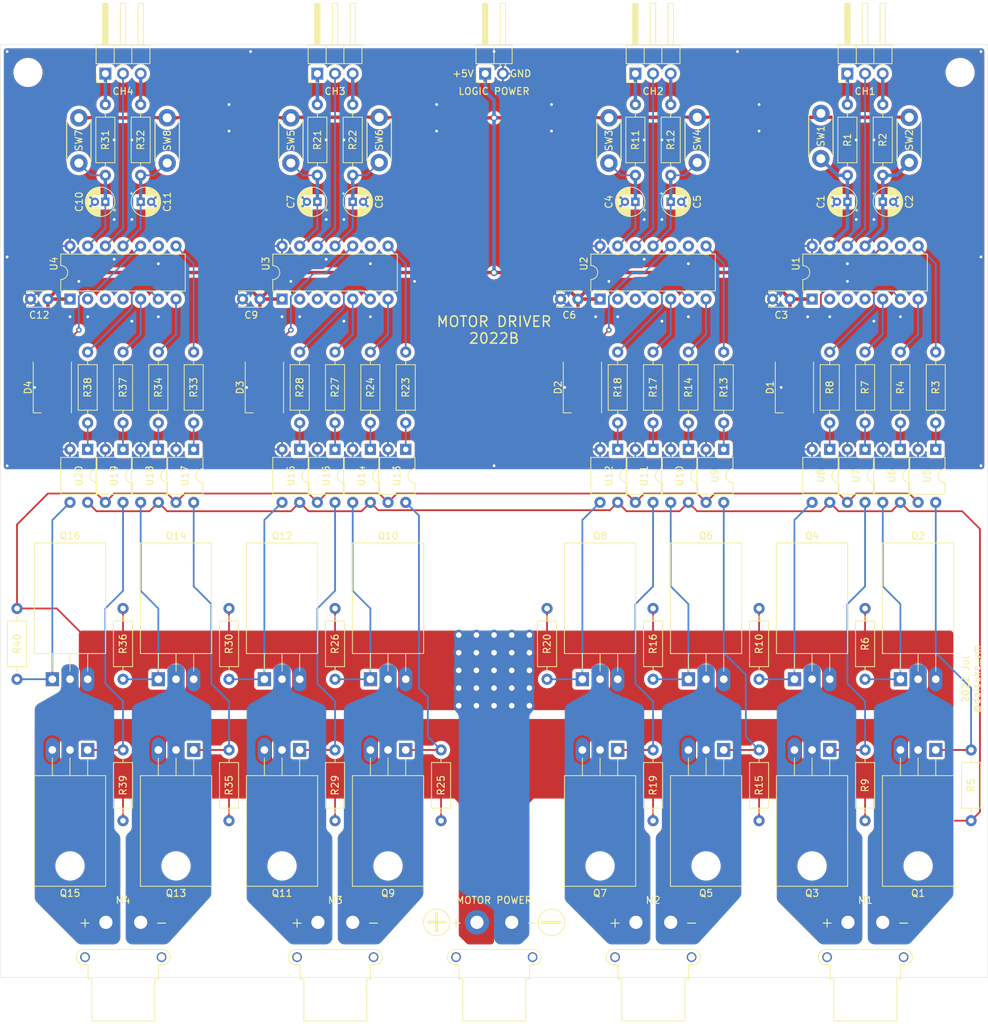
<source format=kicad_pcb>
(kicad_pcb (version 20171130) (host pcbnew "(5.1.12)-1")
  (layers (0 F.Cu signal) (31 B.Cu signal) (34 B.Paste user) (35 F.Paste user) (36 B.SilkS user) (37 F.SilkS user) (38 B.Mask user) (39 F.Mask user) (44 Edge.Cuts user))
  (net 0 "")
  (net 1 /IN1AA)
  (net 2 GND)
  (net 3 /IN1BA)
  (net 4 +5V)
  (net 5 GNDPWR)
  (net 6 +BATT)
  (net 7 /IN1A)
  (net 8 /IN1B)
  (net 9 /IN2A)
  (net 10 /IN2B)
  (net 11 /IN3B)
  (net 12 /IN3A)
  (net 13 /IN4B)
  (net 14 /IN4A)
  (net 15 "Net-(M1-Pad1)")
  (net 16 "Net-(M1-Pad2)")
  (net 17 "Net-(M2-Pad2)")
  (net 18 "Net-(M2-Pad1)")
  (net 19 "Net-(M3-Pad1)")
  (net 20 "Net-(M3-Pad2)")
  (net 21 "Net-(M4-Pad1)")
  (net 22 "Net-(M4-Pad2)")
  (net 23 "Net-(Q1-Pad1)")
  (net 24 "Net-(Q2-Pad1)")
  (net 25 "Net-(Q3-Pad1)")
  (net 26 "Net-(Q4-Pad1)")
  (net 27 "Net-(Q5-Pad1)")
  (net 28 "Net-(Q6-Pad1)")
  (net 29 "Net-(Q7-Pad1)")
  (net 30 "Net-(Q8-Pad1)")
  (net 31 "Net-(Q9-Pad1)")
  (net 32 "Net-(Q10-Pad1)")
  (net 33 "Net-(Q11-Pad1)")
  (net 34 "Net-(Q12-Pad1)")
  (net 35 "Net-(Q13-Pad1)")
  (net 36 "Net-(Q14-Pad1)")
  (net 37 "Net-(Q15-Pad1)")
  (net 38 "Net-(Q16-Pad1)")
  (net 39 "Net-(R3-Pad2)")
  (net 40 /PC1A)
  (net 41 /PC1B)
  (net 42 "Net-(R4-Pad2)")
  (net 43 "Net-(R7-Pad2)")
  (net 44 "Net-(R8-Pad2)")
  (net 45 /PC3A)
  (net 46 "Net-(R13-Pad2)")
  (net 47 "Net-(R14-Pad2)")
  (net 48 /PC3B)
  (net 49 "Net-(R17-Pad2)")
  (net 50 "Net-(R18-Pad2)")
  (net 51 /PC2A)
  (net 52 "Net-(R23-Pad2)")
  (net 53 "Net-(R24-Pad2)")
  (net 54 /PC2B)
  (net 55 "Net-(R27-Pad2)")
  (net 56 "Net-(R28-Pad2)")
  (net 57 "Net-(R33-Pad2)")
  (net 58 /PC4A)
  (net 59 /PC4B)
  (net 60 "Net-(R34-Pad2)")
  (net 61 "Net-(R37-Pad2)")
  (net 62 "Net-(R38-Pad2)")
  (net 63 /IN2AA)
  (net 64 /IN2BA)
  (net 65 /IN3AA)
  (net 66 /IN3BA)
  (net 67 /IN4AA)
  (net 68 /IN4BA)
  (net 69 /LED1)
  (net 70 "Net-(D1-Pad3)")
  (net 71 "Net-(D1-Pad1)")
  (net 72 "Net-(D2-Pad1)")
  (net 73 "Net-(D2-Pad3)")
  (net 74 /LED2)
  (net 75 "Net-(D3-Pad1)")
  (net 76 "Net-(D3-Pad3)")
  (net 77 /LED3)
  (net 78 /LED4)
  (net 79 "Net-(D4-Pad3)")
  (net 80 "Net-(D4-Pad1)")
  (net 81 /IN1M)
  (net 82 /IN2M)
  (net 83 /IN3M)
  (net 84 /IN4M)
  (net 85 /PC1D)
  (net 86 /PC1C)
  (net 87 /PC2D)
  (net 88 /PC2C)
  (net 89 /PC3D)
  (net 90 /PC3C)
  (net 91 /PC4D)
  (net 92 /PC4C)
  (net 93 "Net-(U1-Pad4)")
  (net 94 "Net-(U1-Pad3)")
  (net 95 "Net-(U1-Pad9)")
  (net 96 "Net-(U1-Pad2)")
  (net 97 "Net-(U2-Pad2)")
  (net 98 "Net-(U2-Pad9)")
  (net 99 "Net-(U2-Pad3)")
  (net 100 "Net-(U2-Pad4)")
  (net 101 "Net-(U3-Pad4)")
  (net 102 "Net-(U3-Pad3)")
  (net 103 "Net-(U3-Pad9)")
  (net 104 "Net-(U3-Pad2)")
  (net 105 "Net-(U4-Pad2)")
  (net 106 "Net-(U4-Pad9)")
  (net 107 "Net-(U4-Pad3)")
  (net 108 "Net-(U4-Pad4)")
  (module Connector_PinHeader_2.54mm:PinHeader_1x02_P2.54mm_Horizontal (layer F.Cu) (at 148.73 23.165 90)
    (fp_text reference J2 hide)
    (fp_text value "Logic Power")
    (pad 2 thru_hole oval (at 0 2.54 90) (size 1.7 1.7) (drill 1) (layers *.Cu *.Mask) (net 2 GND))
    (pad 1 thru_hole rect (at 0 0 90) (size 1.7 1.7) (drill 1) (layers *.Cu *.Mask) (net 4 +5V))
  )
  (module Package_TO_SOT_THT:TO-220-3_Horizontal_TabDown (layer F.Cu) (at 177.94 110.1626)
    (fp_text reference Q6 (at 2.54 -20.58) (layer F.SilkS))
    (fp_text value Q_NMOS_GDS)
    (pad 3 thru_hole oval (at 5.08 0) (size 1.905 3.5) (drill 1.1) (layers *.Cu *.Mask) (net 5 GNDPWR))
    (pad 2 thru_hole oval (at 2.54 0) (size 1.905 3.5) (drill 1.1) (layers *.Cu *.Mask) (net 18 "Net-(M2-Pad1)"))
    (pad 1 thru_hole rect (at 0 0) (size 1.905 2) (drill 1.1) (layers *.Cu *.Mask) (net 28 "Net-(Q6-Pad1)"))
    (pad "" np_thru_hole oval (at 2.54 -16.66) (size 3.5 3.5) (drill 3.5) (layers *.Cu *.Mask))
  )
  (module MountingHole:MountingHole_3.2mm_M3 (layer F.Cu) (at 83 23)
    (fp_text reference MH3 hide)
    (fp_text value MountingHole_3.2mm_M3)
    (pad 1 np_thru_hole circle (at 0 0) (size 3.2 3.2) (drill 3.2) (layers *.Cu *.Mask))
  )
  (module MountingHole:MountingHole_3.2mm_M3 (layer F.Cu) (at 83 149)
    (fp_text reference MH4 hide)
    (fp_text value MountingHole_3.2mm_M3)
    (pad 1 np_thru_hole circle (at 0 0) (size 3.2 3.2) (drill 3.2) (layers *.Cu *.Mask))
  )
  (module MountingHole:MountingHole_3.2mm_M3 (layer F.Cu) (at 217 149)
    (fp_text reference MH2 hide)
    (fp_text value MountingHole_3.2mm_M3)
    (pad 1 np_thru_hole circle (at 0 0) (size 3.2 3.2) (drill 3.2) (layers *.Cu *.Mask))
  )
  (module MountingHole:MountingHole_3.2mm_M3 (layer F.Cu) (at 217 23)
    (fp_text reference MH1 hide)
    (fp_text value MountingHole_3.2mm_M3)
    (pad 1 np_thru_hole circle (at 0 0) (size 3.2 3.2) (drill 3.2) (layers *.Cu *.Mask))
  )
  (module Capacitor_THT:C_Disc_D3.4mm_W2.1mm_P2.50mm (layer F.Cu) (at 192.545 55.55 180)
    (fp_text reference C3 (at 1.25 -2.3) (layer F.SilkS))
    (fp_text value 0.1u)
    (pad 2 thru_hole circle (at 2.5 0 180) (size 1.6 1.6) (drill 0.8) (layers *.Cu *.Mask) (net 2 GND))
    (pad 1 thru_hole circle (at 0 0 180) (size 1.6 1.6) (drill 0.8) (layers *.Cu *.Mask) (net 4 +5V))
  )
  (module Capacitor_THT:C_Disc_D3.4mm_W2.1mm_P2.50mm (layer F.Cu) (at 162.065 55.55 180)
    (fp_text reference C6 (at 1.25 -2.3) (layer F.SilkS))
    (fp_text value 0.1u)
    (pad 2 thru_hole circle (at 2.5 0 180) (size 1.6 1.6) (drill 0.8) (layers *.Cu *.Mask) (net 2 GND))
    (pad 1 thru_hole circle (at 0 0 180) (size 1.6 1.6) (drill 0.8) (layers *.Cu *.Mask) (net 4 +5V))
  )
  (module Capacitor_THT:C_Disc_D3.4mm_W2.1mm_P2.50mm (layer F.Cu) (at 116.345 55.55 180)
    (fp_text reference C9 (at 1.25 -2.3) (layer F.SilkS))
    (fp_text value 0.1u)
    (pad 2 thru_hole circle (at 2.5 0 180) (size 1.6 1.6) (drill 0.8) (layers *.Cu *.Mask) (net 2 GND))
    (pad 1 thru_hole circle (at 0 0 180) (size 1.6 1.6) (drill 0.8) (layers *.Cu *.Mask) (net 4 +5V))
  )
  (module Capacitor_THT:C_Disc_D3.4mm_W2.1mm_P2.50mm (layer F.Cu) (at 85.865 55.55 180)
    (fp_text reference C12 (at 1.25 -2.3) (layer F.SilkS))
    (fp_text value 0.1u)
    (pad 2 thru_hole circle (at 2.5 0 180) (size 1.6 1.6) (drill 0.8) (layers *.Cu *.Mask) (net 2 GND))
    (pad 1 thru_hole circle (at 0 0 180) (size 1.6 1.6) (drill 0.8) (layers *.Cu *.Mask) (net 4 +5V))
  )
  (module Package_TO_SOT_THT:TO-220-3_Horizontal_TabDown (layer F.Cu) (at 213.5 120.3226 180)
    (fp_text reference Q1 (at 2.54 -20.58) (layer F.SilkS))
    (fp_text value Q_PMOS_GDS)
    (pad 3 thru_hole oval (at 5.08 0 180) (size 1.905 3.5) (drill 1.1) (layers *.Cu *.Mask) (net 6 +BATT))
    (pad 2 thru_hole oval (at 2.54 0 180) (size 1.905 3.5) (drill 1.1) (layers *.Cu *.Mask) (net 15 "Net-(M1-Pad1)"))
    (pad 1 thru_hole rect (at 0 0 180) (size 1.905 2) (drill 1.1) (layers *.Cu *.Mask) (net 23 "Net-(Q1-Pad1)"))
    (pad "" np_thru_hole oval (at 2.54 -16.66 180) (size 3.5 3.5) (drill 3.5) (layers *.Cu *.Mask))
  )
  (module Package_TO_SOT_THT:TO-220-3_Horizontal_TabDown (layer F.Cu) (at 208.42 110.1626)
    (fp_text reference Q2 (at 2.54 -20.58) (layer F.SilkS))
    (fp_text value Q_NMOS_GDS)
    (pad 3 thru_hole oval (at 5.08 0) (size 1.905 3.5) (drill 1.1) (layers *.Cu *.Mask) (net 5 GNDPWR))
    (pad 2 thru_hole oval (at 2.54 0) (size 1.905 3.5) (drill 1.1) (layers *.Cu *.Mask) (net 15 "Net-(M1-Pad1)"))
    (pad 1 thru_hole rect (at 0 0) (size 1.905 2) (drill 1.1) (layers *.Cu *.Mask) (net 24 "Net-(Q2-Pad1)"))
    (pad "" np_thru_hole oval (at 2.54 -16.66) (size 3.5 3.5) (drill 3.5) (layers *.Cu *.Mask))
  )
  (module Package_TO_SOT_THT:TO-220-3_Horizontal_TabDown (layer F.Cu) (at 198.26 120.3226 180)
    (fp_text reference Q3 (at 2.54 -20.58) (layer F.SilkS))
    (fp_text value Q_PMOS_GDS)
    (pad 3 thru_hole oval (at 5.08 0 180) (size 1.905 3.5) (drill 1.1) (layers *.Cu *.Mask) (net 6 +BATT))
    (pad 2 thru_hole oval (at 2.54 0 180) (size 1.905 3.5) (drill 1.1) (layers *.Cu *.Mask) (net 16 "Net-(M1-Pad2)"))
    (pad 1 thru_hole rect (at 0 0 180) (size 1.905 2) (drill 1.1) (layers *.Cu *.Mask) (net 25 "Net-(Q3-Pad1)"))
    (pad "" np_thru_hole oval (at 2.54 -16.66 180) (size 3.5 3.5) (drill 3.5) (layers *.Cu *.Mask))
  )
  (module Package_TO_SOT_THT:TO-220-3_Horizontal_TabDown (layer F.Cu) (at 193.18 110.1626)
    (fp_text reference Q4 (at 2.54 -20.58) (layer F.SilkS))
    (fp_text value Q_NMOS_GDS)
    (pad 3 thru_hole oval (at 5.08 0) (size 1.905 3.5) (drill 1.1) (layers *.Cu *.Mask) (net 5 GNDPWR))
    (pad 2 thru_hole oval (at 2.54 0) (size 1.905 3.5) (drill 1.1) (layers *.Cu *.Mask) (net 16 "Net-(M1-Pad2)"))
    (pad 1 thru_hole rect (at 0 0) (size 1.905 2) (drill 1.1) (layers *.Cu *.Mask) (net 26 "Net-(Q4-Pad1)"))
    (pad "" np_thru_hole oval (at 2.54 -16.66) (size 3.5 3.5) (drill 3.5) (layers *.Cu *.Mask))
  )
  (module Package_TO_SOT_THT:TO-220-3_Horizontal_TabDown (layer F.Cu) (at 183.02 120.3226 180)
    (fp_text reference Q5 (at 2.54 -20.58) (layer F.SilkS))
    (fp_text value Q_PMOS_GDS)
    (pad 3 thru_hole oval (at 5.08 0 180) (size 1.905 3.5) (drill 1.1) (layers *.Cu *.Mask) (net 6 +BATT))
    (pad 2 thru_hole oval (at 2.54 0 180) (size 1.905 3.5) (drill 1.1) (layers *.Cu *.Mask) (net 18 "Net-(M2-Pad1)"))
    (pad 1 thru_hole rect (at 0 0 180) (size 1.905 2) (drill 1.1) (layers *.Cu *.Mask) (net 27 "Net-(Q5-Pad1)"))
    (pad "" np_thru_hole oval (at 2.54 -16.66 180) (size 3.5 3.5) (drill 3.5) (layers *.Cu *.Mask))
  )
  (module Package_TO_SOT_THT:TO-220-3_Horizontal_TabDown (layer F.Cu) (at 167.78 120.3226 180)
    (fp_text reference Q7 (at 2.54 -20.58) (layer F.SilkS))
    (fp_text value Q_PMOS_GDS)
    (pad 3 thru_hole oval (at 5.08 0 180) (size 1.905 3.5) (drill 1.1) (layers *.Cu *.Mask) (net 6 +BATT))
    (pad 2 thru_hole oval (at 2.54 0 180) (size 1.905 3.5) (drill 1.1) (layers *.Cu *.Mask) (net 17 "Net-(M2-Pad2)"))
    (pad 1 thru_hole rect (at 0 0 180) (size 1.905 2) (drill 1.1) (layers *.Cu *.Mask) (net 29 "Net-(Q7-Pad1)"))
    (pad "" np_thru_hole oval (at 2.54 -16.66 180) (size 3.5 3.5) (drill 3.5) (layers *.Cu *.Mask))
  )
  (module Package_TO_SOT_THT:TO-220-3_Horizontal_TabDown (layer F.Cu) (at 162.7 110.1626)
    (fp_text reference Q8 (at 2.54 -20.58) (layer F.SilkS))
    (fp_text value Q_NMOS_GDS)
    (pad 3 thru_hole oval (at 5.08 0) (size 1.905 3.5) (drill 1.1) (layers *.Cu *.Mask) (net 5 GNDPWR))
    (pad 2 thru_hole oval (at 2.54 0) (size 1.905 3.5) (drill 1.1) (layers *.Cu *.Mask) (net 17 "Net-(M2-Pad2)"))
    (pad 1 thru_hole rect (at 0 0) (size 1.905 2) (drill 1.1) (layers *.Cu *.Mask) (net 30 "Net-(Q8-Pad1)"))
    (pad "" np_thru_hole oval (at 2.54 -16.66) (size 3.5 3.5) (drill 3.5) (layers *.Cu *.Mask))
  )
  (module Package_TO_SOT_THT:TO-220-3_Horizontal_TabDown (layer F.Cu) (at 137.3 120.3226 180)
    (fp_text reference Q9 (at 2.54 -20.58) (layer F.SilkS))
    (fp_text value Q_PMOS_GDS)
    (pad 3 thru_hole oval (at 5.08 0 180) (size 1.905 3.5) (drill 1.1) (layers *.Cu *.Mask) (net 6 +BATT))
    (pad 2 thru_hole oval (at 2.54 0 180) (size 1.905 3.5) (drill 1.1) (layers *.Cu *.Mask) (net 19 "Net-(M3-Pad1)"))
    (pad 1 thru_hole rect (at 0 0 180) (size 1.905 2) (drill 1.1) (layers *.Cu *.Mask) (net 31 "Net-(Q9-Pad1)"))
    (pad "" np_thru_hole oval (at 2.54 -16.66 180) (size 3.5 3.5) (drill 3.5) (layers *.Cu *.Mask))
  )
  (module Package_TO_SOT_THT:TO-220-3_Horizontal_TabDown (layer F.Cu) (at 132.22 110.1626)
    (fp_text reference Q10 (at 2.54 -20.58) (layer F.SilkS))
    (fp_text value Q_NMOS_GDS)
    (pad 3 thru_hole oval (at 5.08 0) (size 1.905 3.5) (drill 1.1) (layers *.Cu *.Mask) (net 5 GNDPWR))
    (pad 2 thru_hole oval (at 2.54 0) (size 1.905 3.5) (drill 1.1) (layers *.Cu *.Mask) (net 19 "Net-(M3-Pad1)"))
    (pad 1 thru_hole rect (at 0 0) (size 1.905 2) (drill 1.1) (layers *.Cu *.Mask) (net 32 "Net-(Q10-Pad1)"))
    (pad "" np_thru_hole oval (at 2.54 -16.66) (size 3.5 3.5) (drill 3.5) (layers *.Cu *.Mask))
  )
  (module Package_TO_SOT_THT:TO-220-3_Horizontal_TabDown (layer F.Cu) (at 122.06 120.3226 180)
    (fp_text reference Q11 (at 2.54 -20.58) (layer F.SilkS))
    (fp_text value Q_PMOS_GDS)
    (pad 3 thru_hole oval (at 5.08 0 180) (size 1.905 3.5) (drill 1.1) (layers *.Cu *.Mask) (net 6 +BATT))
    (pad 2 thru_hole oval (at 2.54 0 180) (size 1.905 3.5) (drill 1.1) (layers *.Cu *.Mask) (net 20 "Net-(M3-Pad2)"))
    (pad 1 thru_hole rect (at 0 0 180) (size 1.905 2) (drill 1.1) (layers *.Cu *.Mask) (net 33 "Net-(Q11-Pad1)"))
    (pad "" np_thru_hole oval (at 2.54 -16.66 180) (size 3.5 3.5) (drill 3.5) (layers *.Cu *.Mask))
  )
  (module Package_TO_SOT_THT:TO-220-3_Horizontal_TabDown (layer F.Cu) (at 116.98 110.1626)
    (fp_text reference Q12 (at 2.54 -20.58) (layer F.SilkS))
    (fp_text value Q_NMOS_GDS)
    (pad 3 thru_hole oval (at 5.08 0) (size 1.905 3.5) (drill 1.1) (layers *.Cu *.Mask) (net 5 GNDPWR))
    (pad 2 thru_hole oval (at 2.54 0) (size 1.905 3.5) (drill 1.1) (layers *.Cu *.Mask) (net 20 "Net-(M3-Pad2)"))
    (pad 1 thru_hole rect (at 0 0) (size 1.905 2) (drill 1.1) (layers *.Cu *.Mask) (net 34 "Net-(Q12-Pad1)"))
    (pad "" np_thru_hole oval (at 2.54 -16.66) (size 3.5 3.5) (drill 3.5) (layers *.Cu *.Mask))
  )
  (module Package_TO_SOT_THT:TO-220-3_Horizontal_TabDown (layer F.Cu) (at 106.82 120.3226 180)
    (fp_text reference Q13 (at 2.54 -20.58) (layer F.SilkS))
    (fp_text value Q_PMOS_GDS)
    (pad 3 thru_hole oval (at 5.08 0 180) (size 1.905 3.5) (drill 1.1) (layers *.Cu *.Mask) (net 6 +BATT))
    (pad 2 thru_hole oval (at 2.54 0 180) (size 1.905 3.5) (drill 1.1) (layers *.Cu *.Mask) (net 21 "Net-(M4-Pad1)"))
    (pad 1 thru_hole rect (at 0 0 180) (size 1.905 2) (drill 1.1) (layers *.Cu *.Mask) (net 35 "Net-(Q13-Pad1)"))
    (pad "" np_thru_hole oval (at 2.54 -16.66 180) (size 3.5 3.5) (drill 3.5) (layers *.Cu *.Mask))
  )
  (module Package_TO_SOT_THT:TO-220-3_Horizontal_TabDown (layer F.Cu) (at 101.74 110.1626)
    (fp_text reference Q14 (at 2.54 -20.58) (layer F.SilkS))
    (fp_text value Q_NMOS_GDS)
    (pad 3 thru_hole oval (at 5.08 0) (size 1.905 3.5) (drill 1.1) (layers *.Cu *.Mask) (net 5 GNDPWR))
    (pad 2 thru_hole oval (at 2.54 0) (size 1.905 3.5) (drill 1.1) (layers *.Cu *.Mask) (net 21 "Net-(M4-Pad1)"))
    (pad 1 thru_hole rect (at 0 0) (size 1.905 2) (drill 1.1) (layers *.Cu *.Mask) (net 36 "Net-(Q14-Pad1)"))
    (pad "" np_thru_hole oval (at 2.54 -16.66) (size 3.5 3.5) (drill 3.5) (layers *.Cu *.Mask))
  )
  (module Package_TO_SOT_THT:TO-220-3_Horizontal_TabDown (layer F.Cu) (at 91.58 120.3226 180)
    (fp_text reference Q15 (at 2.54 -20.58) (layer F.SilkS))
    (fp_text value Q_PMOS_GDS)
    (pad 3 thru_hole oval (at 5.08 0 180) (size 1.905 3.5) (drill 1.1) (layers *.Cu *.Mask) (net 6 +BATT))
    (pad 2 thru_hole oval (at 2.54 0 180) (size 1.905 3.5) (drill 1.1) (layers *.Cu *.Mask) (net 22 "Net-(M4-Pad2)"))
    (pad 1 thru_hole rect (at 0 0 180) (size 1.905 2) (drill 1.1) (layers *.Cu *.Mask) (net 37 "Net-(Q15-Pad1)"))
    (pad "" np_thru_hole oval (at 2.54 -16.66 180) (size 3.5 3.5) (drill 3.5) (layers *.Cu *.Mask))
  )
  (module Package_TO_SOT_THT:TO-220-3_Horizontal_TabDown (layer F.Cu) (at 86.5 110.1626)
    (fp_text reference Q16 (at 2.54 -20.58) (layer F.SilkS))
    (fp_text value Q_NMOS_GDS)
    (pad 3 thru_hole oval (at 5.08 0) (size 1.905 3.5) (drill 1.1) (layers *.Cu *.Mask) (net 5 GNDPWR))
    (pad 2 thru_hole oval (at 2.54 0) (size 1.905 3.5) (drill 1.1) (layers *.Cu *.Mask) (net 22 "Net-(M4-Pad2)"))
    (pad 1 thru_hole rect (at 0 0) (size 1.905 2) (drill 1.1) (layers *.Cu *.Mask) (net 38 "Net-(Q16-Pad1)"))
    (pad "" np_thru_hole oval (at 2.54 -16.66) (size 3.5 3.5) (drill 3.5) (layers *.Cu *.Mask))
  )
  (module Resistor_THT:R_Axial_DIN0207_L6.3mm_D2.5mm_P10.16mm_Horizontal (layer F.Cu) (at 200.8 27.61 270)
    (fp_text reference R1 (at 5.08 0 90) (layer F.SilkS))
    (fp_text value 4k7)
    (pad 2 thru_hole oval (at 10.16 0 270) (size 1.6 1.6) (drill 0.8) (layers *.Cu *.Mask) (net 1 /IN1AA))
    (pad 1 thru_hole circle (at 0 0 270) (size 1.6 1.6) (drill 0.8) (layers *.Cu *.Mask) (net 7 /IN1A))
  )
  (module Resistor_THT:R_Axial_DIN0207_L6.3mm_D2.5mm_P10.16mm_Horizontal (layer F.Cu) (at 205.88 27.61 270)
    (fp_text reference R2 (at 5.08 0 90) (layer F.SilkS))
    (fp_text value 4k7)
    (pad 2 thru_hole oval (at 10.16 0 270) (size 1.6 1.6) (drill 0.8) (layers *.Cu *.Mask) (net 3 /IN1BA))
    (pad 1 thru_hole circle (at 0 0 270) (size 1.6 1.6) (drill 0.8) (layers *.Cu *.Mask) (net 8 /IN1B))
  )
  (module Resistor_THT:R_Axial_DIN0207_L6.3mm_D2.5mm_P10.16mm_Horizontal (layer F.Cu) (at 213.5 63.1676 270)
    (fp_text reference R3 (at 5.08 0 90) (layer F.SilkS))
    (fp_text value 330)
    (pad 2 thru_hole oval (at 10.16 0 270) (size 1.6 1.6) (drill 0.8) (layers *.Cu *.Mask) (net 39 "Net-(R3-Pad2)"))
    (pad 1 thru_hole circle (at 0 0 270) (size 1.6 1.6) (drill 0.8) (layers *.Cu *.Mask) (net 85 /PC1D))
  )
  (module Resistor_THT:R_Axial_DIN0207_L6.3mm_D2.5mm_P10.16mm_Horizontal (layer F.Cu) (at 208.42 63.1676 270)
    (fp_text reference R4 (at 5.08 0 90) (layer F.SilkS))
    (fp_text value 330)
    (pad 2 thru_hole oval (at 10.16 0 270) (size 1.6 1.6) (drill 0.8) (layers *.Cu *.Mask) (net 42 "Net-(R4-Pad2)"))
    (pad 1 thru_hole circle (at 0 0 270) (size 1.6 1.6) (drill 0.8) (layers *.Cu *.Mask) (net 86 /PC1C))
  )
  (module Resistor_THT:R_Axial_DIN0207_L6.3mm_D2.5mm_P10.16mm_Horizontal (layer F.Cu) (at 218.58 120.3226 270)
    (fp_text reference R5 (at 5.08 0 90) (layer F.SilkS))
    (fp_text value 2k2)
    (pad 2 thru_hole oval (at 10.16 0 270) (size 1.6 1.6) (drill 0.8) (layers *.Cu *.Mask) (net 6 +BATT))
    (pad 1 thru_hole circle (at 0 0 270) (size 1.6 1.6) (drill 0.8) (layers *.Cu *.Mask) (net 23 "Net-(Q1-Pad1)"))
  )
  (module Resistor_THT:R_Axial_DIN0207_L6.3mm_D2.5mm_P10.16mm_Horizontal (layer F.Cu) (at 203.34 100.0026 270)
    (fp_text reference R6 (at 5.08 0 90) (layer F.SilkS))
    (fp_text value 2k2)
    (pad 2 thru_hole oval (at 10.16 0 270) (size 1.6 1.6) (drill 0.8) (layers *.Cu *.Mask) (net 24 "Net-(Q2-Pad1)"))
    (pad 1 thru_hole circle (at 0 0 270) (size 1.6 1.6) (drill 0.8) (layers *.Cu *.Mask) (net 5 GNDPWR))
  )
  (module Resistor_THT:R_Axial_DIN0207_L6.3mm_D2.5mm_P10.16mm_Horizontal (layer F.Cu) (at 203.34 63.1676 270)
    (fp_text reference R7 (at 5.08 0 90) (layer F.SilkS))
    (fp_text value 330)
    (pad 2 thru_hole oval (at 10.16 0 270) (size 1.6 1.6) (drill 0.8) (layers *.Cu *.Mask) (net 43 "Net-(R7-Pad2)"))
    (pad 1 thru_hole circle (at 0 0 270) (size 1.6 1.6) (drill 0.8) (layers *.Cu *.Mask) (net 40 /PC1A))
  )
  (module Resistor_THT:R_Axial_DIN0207_L6.3mm_D2.5mm_P10.16mm_Horizontal (layer F.Cu) (at 198.26 63.1676 270)
    (fp_text reference R8 (at 5.08 0 90) (layer F.SilkS))
    (fp_text value 330)
    (pad 2 thru_hole oval (at 10.16 0 270) (size 1.6 1.6) (drill 0.8) (layers *.Cu *.Mask) (net 44 "Net-(R8-Pad2)"))
    (pad 1 thru_hole circle (at 0 0 270) (size 1.6 1.6) (drill 0.8) (layers *.Cu *.Mask) (net 41 /PC1B))
  )
  (module Resistor_THT:R_Axial_DIN0207_L6.3mm_D2.5mm_P10.16mm_Horizontal (layer F.Cu) (at 203.34 120.3226 270)
    (fp_text reference R9 (at 5.08 0 90) (layer F.SilkS))
    (fp_text value 2k2)
    (pad 2 thru_hole oval (at 10.16 0 270) (size 1.6 1.6) (drill 0.8) (layers *.Cu *.Mask) (net 6 +BATT))
    (pad 1 thru_hole circle (at 0 0 270) (size 1.6 1.6) (drill 0.8) (layers *.Cu *.Mask) (net 25 "Net-(Q3-Pad1)"))
  )
  (module Resistor_THT:R_Axial_DIN0207_L6.3mm_D2.5mm_P10.16mm_Horizontal (layer F.Cu) (at 188.1 100.0026 270)
    (fp_text reference R10 (at 5.08 0 90) (layer F.SilkS))
    (fp_text value 2k2)
    (pad 2 thru_hole oval (at 10.16 0 270) (size 1.6 1.6) (drill 0.8) (layers *.Cu *.Mask) (net 26 "Net-(Q4-Pad1)"))
    (pad 1 thru_hole circle (at 0 0 270) (size 1.6 1.6) (drill 0.8) (layers *.Cu *.Mask) (net 5 GNDPWR))
  )
  (module Resistor_THT:R_Axial_DIN0207_L6.3mm_D2.5mm_P10.16mm_Horizontal (layer F.Cu) (at 170.32 27.61 270)
    (fp_text reference R11 (at 5.08 0 90) (layer F.SilkS))
    (fp_text value 4k7)
    (pad 2 thru_hole oval (at 10.16 0 270) (size 1.6 1.6) (drill 0.8) (layers *.Cu *.Mask) (net 63 /IN2AA))
    (pad 1 thru_hole circle (at 0 0 270) (size 1.6 1.6) (drill 0.8) (layers *.Cu *.Mask) (net 9 /IN2A))
  )
  (module Resistor_THT:R_Axial_DIN0207_L6.3mm_D2.5mm_P10.16mm_Horizontal (layer F.Cu) (at 175.4 27.61 270)
    (fp_text reference R12 (at 5.08 0 90) (layer F.SilkS))
    (fp_text value 4k7)
    (pad 2 thru_hole oval (at 10.16 0 270) (size 1.6 1.6) (drill 0.8) (layers *.Cu *.Mask) (net 64 /IN2BA))
    (pad 1 thru_hole circle (at 0 0 270) (size 1.6 1.6) (drill 0.8) (layers *.Cu *.Mask) (net 10 /IN2B))
  )
  (module Resistor_THT:R_Axial_DIN0207_L6.3mm_D2.5mm_P10.16mm_Horizontal (layer F.Cu) (at 183.02 63.1676 270)
    (fp_text reference R13 (at 5.08 0 90) (layer F.SilkS))
    (fp_text value 330)
    (pad 2 thru_hole oval (at 10.16 0 270) (size 1.6 1.6) (drill 0.8) (layers *.Cu *.Mask) (net 46 "Net-(R13-Pad2)"))
    (pad 1 thru_hole circle (at 0 0 270) (size 1.6 1.6) (drill 0.8) (layers *.Cu *.Mask) (net 87 /PC2D))
  )
  (module Resistor_THT:R_Axial_DIN0207_L6.3mm_D2.5mm_P10.16mm_Horizontal (layer F.Cu) (at 177.94 63.1676 270)
    (fp_text reference R14 (at 5.08 0 90) (layer F.SilkS))
    (fp_text value 330)
    (pad 2 thru_hole oval (at 10.16 0 270) (size 1.6 1.6) (drill 0.8) (layers *.Cu *.Mask) (net 47 "Net-(R14-Pad2)"))
    (pad 1 thru_hole circle (at 0 0 270) (size 1.6 1.6) (drill 0.8) (layers *.Cu *.Mask) (net 88 /PC2C))
  )
  (module Resistor_THT:R_Axial_DIN0207_L6.3mm_D2.5mm_P10.16mm_Horizontal (layer F.Cu) (at 188.1 120.3226 270)
    (fp_text reference R15 (at 5.08 0 90) (layer F.SilkS))
    (fp_text value 2k2)
    (pad 2 thru_hole oval (at 10.16 0 270) (size 1.6 1.6) (drill 0.8) (layers *.Cu *.Mask) (net 6 +BATT))
    (pad 1 thru_hole circle (at 0 0 270) (size 1.6 1.6) (drill 0.8) (layers *.Cu *.Mask) (net 27 "Net-(Q5-Pad1)"))
  )
  (module Resistor_THT:R_Axial_DIN0207_L6.3mm_D2.5mm_P10.16mm_Horizontal (layer F.Cu) (at 172.86 100.0026 270)
    (fp_text reference R16 (at 5.08 0 90) (layer F.SilkS))
    (fp_text value 2k2)
    (pad 2 thru_hole oval (at 10.16 0 270) (size 1.6 1.6) (drill 0.8) (layers *.Cu *.Mask) (net 28 "Net-(Q6-Pad1)"))
    (pad 1 thru_hole circle (at 0 0 270) (size 1.6 1.6) (drill 0.8) (layers *.Cu *.Mask) (net 5 GNDPWR))
  )
  (module Resistor_THT:R_Axial_DIN0207_L6.3mm_D2.5mm_P10.16mm_Horizontal (layer F.Cu) (at 172.86 63.1676 270)
    (fp_text reference R17 (at 5.08 0 90) (layer F.SilkS))
    (fp_text value 330)
    (pad 2 thru_hole oval (at 10.16 0 270) (size 1.6 1.6) (drill 0.8) (layers *.Cu *.Mask) (net 49 "Net-(R17-Pad2)"))
    (pad 1 thru_hole circle (at 0 0 270) (size 1.6 1.6) (drill 0.8) (layers *.Cu *.Mask) (net 51 /PC2A))
  )
  (module Resistor_THT:R_Axial_DIN0207_L6.3mm_D2.5mm_P10.16mm_Horizontal (layer F.Cu) (at 167.78 63.1676 270)
    (fp_text reference R18 (at 5.08 0 90) (layer F.SilkS))
    (fp_text value 330)
    (pad 2 thru_hole oval (at 10.16 0 270) (size 1.6 1.6) (drill 0.8) (layers *.Cu *.Mask) (net 50 "Net-(R18-Pad2)"))
    (pad 1 thru_hole circle (at 0 0 270) (size 1.6 1.6) (drill 0.8) (layers *.Cu *.Mask) (net 54 /PC2B))
  )
  (module Resistor_THT:R_Axial_DIN0207_L6.3mm_D2.5mm_P10.16mm_Horizontal (layer F.Cu) (at 172.86 120.3226 270)
    (fp_text reference R19 (at 5.08 0 90) (layer F.SilkS))
    (fp_text value 2k2)
    (pad 2 thru_hole oval (at 10.16 0 270) (size 1.6 1.6) (drill 0.8) (layers *.Cu *.Mask) (net 6 +BATT))
    (pad 1 thru_hole circle (at 0 0 270) (size 1.6 1.6) (drill 0.8) (layers *.Cu *.Mask) (net 29 "Net-(Q7-Pad1)"))
  )
  (module Resistor_THT:R_Axial_DIN0207_L6.3mm_D2.5mm_P10.16mm_Horizontal (layer F.Cu) (at 157.62 100.0026 270)
    (fp_text reference R20 (at 5.08 0 90) (layer F.SilkS))
    (fp_text value 2k2)
    (pad 2 thru_hole oval (at 10.16 0 270) (size 1.6 1.6) (drill 0.8) (layers *.Cu *.Mask) (net 30 "Net-(Q8-Pad1)"))
    (pad 1 thru_hole circle (at 0 0 270) (size 1.6 1.6) (drill 0.8) (layers *.Cu *.Mask) (net 5 GNDPWR))
  )
  (module Resistor_THT:R_Axial_DIN0207_L6.3mm_D2.5mm_P10.16mm_Horizontal (layer F.Cu) (at 124.6 27.61 270)
    (fp_text reference R21 (at 5.08 0 90) (layer F.SilkS))
    (fp_text value 4k7)
    (pad 2 thru_hole oval (at 10.16 0 270) (size 1.6 1.6) (drill 0.8) (layers *.Cu *.Mask) (net 65 /IN3AA))
    (pad 1 thru_hole circle (at 0 0 270) (size 1.6 1.6) (drill 0.8) (layers *.Cu *.Mask) (net 12 /IN3A))
  )
  (module Resistor_THT:R_Axial_DIN0207_L6.3mm_D2.5mm_P10.16mm_Horizontal (layer F.Cu) (at 129.68 27.61 270)
    (fp_text reference R22 (at 5.08 0 90) (layer F.SilkS))
    (fp_text value 4k7)
    (pad 2 thru_hole oval (at 10.16 0 270) (size 1.6 1.6) (drill 0.8) (layers *.Cu *.Mask) (net 66 /IN3BA))
    (pad 1 thru_hole circle (at 0 0 270) (size 1.6 1.6) (drill 0.8) (layers *.Cu *.Mask) (net 11 /IN3B))
  )
  (module Resistor_THT:R_Axial_DIN0207_L6.3mm_D2.5mm_P10.16mm_Horizontal (layer F.Cu) (at 137.3 63.1676 270)
    (fp_text reference R23 (at 5.08 0 90) (layer F.SilkS))
    (fp_text value 330)
    (pad 2 thru_hole oval (at 10.16 0 270) (size 1.6 1.6) (drill 0.8) (layers *.Cu *.Mask) (net 52 "Net-(R23-Pad2)"))
    (pad 1 thru_hole circle (at 0 0 270) (size 1.6 1.6) (drill 0.8) (layers *.Cu *.Mask) (net 89 /PC3D))
  )
  (module Resistor_THT:R_Axial_DIN0207_L6.3mm_D2.5mm_P10.16mm_Horizontal (layer F.Cu) (at 132.22 63.1676 270)
    (fp_text reference R24 (at 5.08 0 90) (layer F.SilkS))
    (fp_text value 330)
    (pad 2 thru_hole oval (at 10.16 0 270) (size 1.6 1.6) (drill 0.8) (layers *.Cu *.Mask) (net 53 "Net-(R24-Pad2)"))
    (pad 1 thru_hole circle (at 0 0 270) (size 1.6 1.6) (drill 0.8) (layers *.Cu *.Mask) (net 90 /PC3C))
  )
  (module Resistor_THT:R_Axial_DIN0207_L6.3mm_D2.5mm_P10.16mm_Horizontal (layer F.Cu) (at 142.38 120.3226 270)
    (fp_text reference R25 (at 5.08 0 90) (layer F.SilkS))
    (fp_text value 2k2)
    (pad 2 thru_hole oval (at 10.16 0 270) (size 1.6 1.6) (drill 0.8) (layers *.Cu *.Mask) (net 6 +BATT))
    (pad 1 thru_hole circle (at 0 0 270) (size 1.6 1.6) (drill 0.8) (layers *.Cu *.Mask) (net 31 "Net-(Q9-Pad1)"))
  )
  (module Resistor_THT:R_Axial_DIN0207_L6.3mm_D2.5mm_P10.16mm_Horizontal (layer F.Cu) (at 127.14 100.0026 270)
    (fp_text reference R26 (at 5.08 0 90) (layer F.SilkS))
    (fp_text value 2k2)
    (pad 2 thru_hole oval (at 10.16 0 270) (size 1.6 1.6) (drill 0.8) (layers *.Cu *.Mask) (net 32 "Net-(Q10-Pad1)"))
    (pad 1 thru_hole circle (at 0 0 270) (size 1.6 1.6) (drill 0.8) (layers *.Cu *.Mask) (net 5 GNDPWR))
  )
  (module Resistor_THT:R_Axial_DIN0207_L6.3mm_D2.5mm_P10.16mm_Horizontal (layer F.Cu) (at 127.14 63.1676 270)
    (fp_text reference R27 (at 5.08 0 90) (layer F.SilkS))
    (fp_text value 330)
    (pad 2 thru_hole oval (at 10.16 0 270) (size 1.6 1.6) (drill 0.8) (layers *.Cu *.Mask) (net 55 "Net-(R27-Pad2)"))
    (pad 1 thru_hole circle (at 0 0 270) (size 1.6 1.6) (drill 0.8) (layers *.Cu *.Mask) (net 45 /PC3A))
  )
  (module Resistor_THT:R_Axial_DIN0207_L6.3mm_D2.5mm_P10.16mm_Horizontal (layer F.Cu) (at 122.06 63.1676 270)
    (fp_text reference R28 (at 5.08 0 90) (layer F.SilkS))
    (fp_text value 330)
    (pad 2 thru_hole oval (at 10.16 0 270) (size 1.6 1.6) (drill 0.8) (layers *.Cu *.Mask) (net 56 "Net-(R28-Pad2)"))
    (pad 1 thru_hole circle (at 0 0 270) (size 1.6 1.6) (drill 0.8) (layers *.Cu *.Mask) (net 48 /PC3B))
  )
  (module Resistor_THT:R_Axial_DIN0207_L6.3mm_D2.5mm_P10.16mm_Horizontal (layer F.Cu) (at 127.14 120.3226 270)
    (fp_text reference R29 (at 5.08 0 90) (layer F.SilkS))
    (fp_text value 2k2)
    (pad 2 thru_hole oval (at 10.16 0 270) (size 1.6 1.6) (drill 0.8) (layers *.Cu *.Mask) (net 6 +BATT))
    (pad 1 thru_hole circle (at 0 0 270) (size 1.6 1.6) (drill 0.8) (layers *.Cu *.Mask) (net 33 "Net-(Q11-Pad1)"))
  )
  (module Resistor_THT:R_Axial_DIN0207_L6.3mm_D2.5mm_P10.16mm_Horizontal (layer F.Cu) (at 111.9 100.0026 270)
    (fp_text reference R30 (at 5.08 0 90) (layer F.SilkS))
    (fp_text value 2k2)
    (pad 2 thru_hole oval (at 10.16 0 270) (size 1.6 1.6) (drill 0.8) (layers *.Cu *.Mask) (net 34 "Net-(Q12-Pad1)"))
    (pad 1 thru_hole circle (at 0 0 270) (size 1.6 1.6) (drill 0.8) (layers *.Cu *.Mask) (net 5 GNDPWR))
  )
  (module Resistor_THT:R_Axial_DIN0207_L6.3mm_D2.5mm_P10.16mm_Horizontal (layer F.Cu) (at 94.12 27.61 270)
    (fp_text reference R31 (at 5.08 0 90) (layer F.SilkS))
    (fp_text value 4k7)
    (pad 2 thru_hole oval (at 10.16 0 270) (size 1.6 1.6) (drill 0.8) (layers *.Cu *.Mask) (net 67 /IN4AA))
    (pad 1 thru_hole circle (at 0 0 270) (size 1.6 1.6) (drill 0.8) (layers *.Cu *.Mask) (net 14 /IN4A))
  )
  (module Resistor_THT:R_Axial_DIN0207_L6.3mm_D2.5mm_P10.16mm_Horizontal (layer F.Cu) (at 99.2 27.61 270)
    (fp_text reference R32 (at 5.08 0 90) (layer F.SilkS))
    (fp_text value 4k7)
    (pad 2 thru_hole oval (at 10.16 0 270) (size 1.6 1.6) (drill 0.8) (layers *.Cu *.Mask) (net 68 /IN4BA))
    (pad 1 thru_hole circle (at 0 0 270) (size 1.6 1.6) (drill 0.8) (layers *.Cu *.Mask) (net 13 /IN4B))
  )
  (module Resistor_THT:R_Axial_DIN0207_L6.3mm_D2.5mm_P10.16mm_Horizontal (layer F.Cu) (at 106.82 63.1676 270)
    (fp_text reference R33 (at 5.08 0 90) (layer F.SilkS))
    (fp_text value 330)
    (pad 2 thru_hole oval (at 10.16 0 270) (size 1.6 1.6) (drill 0.8) (layers *.Cu *.Mask) (net 57 "Net-(R33-Pad2)"))
    (pad 1 thru_hole circle (at 0 0 270) (size 1.6 1.6) (drill 0.8) (layers *.Cu *.Mask) (net 91 /PC4D))
  )
  (module Resistor_THT:R_Axial_DIN0207_L6.3mm_D2.5mm_P10.16mm_Horizontal (layer F.Cu) (at 101.74 63.1676 270)
    (fp_text reference R34 (at 5.08 0 90) (layer F.SilkS))
    (fp_text value 330)
    (pad 2 thru_hole oval (at 10.16 0 270) (size 1.6 1.6) (drill 0.8) (layers *.Cu *.Mask) (net 60 "Net-(R34-Pad2)"))
    (pad 1 thru_hole circle (at 0 0 270) (size 1.6 1.6) (drill 0.8) (layers *.Cu *.Mask) (net 92 /PC4C))
  )
  (module Resistor_THT:R_Axial_DIN0207_L6.3mm_D2.5mm_P10.16mm_Horizontal (layer F.Cu) (at 111.9 120.3226 270)
    (fp_text reference R35 (at 5.08 0 90) (layer F.SilkS))
    (fp_text value 2k2)
    (pad 2 thru_hole oval (at 10.16 0 270) (size 1.6 1.6) (drill 0.8) (layers *.Cu *.Mask) (net 6 +BATT))
    (pad 1 thru_hole circle (at 0 0 270) (size 1.6 1.6) (drill 0.8) (layers *.Cu *.Mask) (net 35 "Net-(Q13-Pad1)"))
  )
  (module Resistor_THT:R_Axial_DIN0207_L6.3mm_D2.5mm_P10.16mm_Horizontal (layer F.Cu) (at 96.66 100.0026 270)
    (fp_text reference R36 (at 5.08 0 90) (layer F.SilkS))
    (fp_text value 2k2)
    (pad 2 thru_hole oval (at 10.16 0 270) (size 1.6 1.6) (drill 0.8) (layers *.Cu *.Mask) (net 36 "Net-(Q14-Pad1)"))
    (pad 1 thru_hole circle (at 0 0 270) (size 1.6 1.6) (drill 0.8) (layers *.Cu *.Mask) (net 5 GNDPWR))
  )
  (module Resistor_THT:R_Axial_DIN0207_L6.3mm_D2.5mm_P10.16mm_Horizontal (layer F.Cu) (at 96.66 63.1676 270)
    (fp_text reference R37 (at 5.08 0 90) (layer F.SilkS))
    (fp_text value 330)
    (pad 2 thru_hole oval (at 10.16 0 270) (size 1.6 1.6) (drill 0.8) (layers *.Cu *.Mask) (net 61 "Net-(R37-Pad2)"))
    (pad 1 thru_hole circle (at 0 0 270) (size 1.6 1.6) (drill 0.8) (layers *.Cu *.Mask) (net 58 /PC4A))
  )
  (module Resistor_THT:R_Axial_DIN0207_L6.3mm_D2.5mm_P10.16mm_Horizontal (layer F.Cu) (at 91.58 63.1676 270)
    (fp_text reference R38 (at 5.08 0 90) (layer F.SilkS))
    (fp_text value 330)
    (pad 2 thru_hole oval (at 10.16 0 270) (size 1.6 1.6) (drill 0.8) (layers *.Cu *.Mask) (net 62 "Net-(R38-Pad2)"))
    (pad 1 thru_hole circle (at 0 0 270) (size 1.6 1.6) (drill 0.8) (layers *.Cu *.Mask) (net 59 /PC4B))
  )
  (module Resistor_THT:R_Axial_DIN0207_L6.3mm_D2.5mm_P10.16mm_Horizontal (layer F.Cu) (at 96.66 120.3226 270)
    (fp_text reference R39 (at 5.08 0 90) (layer F.SilkS))
    (fp_text value 2k2)
    (pad 2 thru_hole oval (at 10.16 0 270) (size 1.6 1.6) (drill 0.8) (layers *.Cu *.Mask) (net 6 +BATT))
    (pad 1 thru_hole circle (at 0 0 270) (size 1.6 1.6) (drill 0.8) (layers *.Cu *.Mask) (net 37 "Net-(Q15-Pad1)"))
  )
  (module Resistor_THT:R_Axial_DIN0207_L6.3mm_D2.5mm_P10.16mm_Horizontal (layer F.Cu) (at 81.42 100.0026 270)
    (fp_text reference R40 (at 5.08 0 90) (layer F.SilkS))
    (fp_text value 2k2)
    (pad 2 thru_hole oval (at 10.16 0 270) (size 1.6 1.6) (drill 0.8) (layers *.Cu *.Mask) (net 38 "Net-(Q16-Pad1)"))
    (pad 1 thru_hole circle (at 0 0 270) (size 1.6 1.6) (drill 0.8) (layers *.Cu *.Mask) (net 5 GNDPWR))
  )
  (module MyLib:TactSW_TVBP06_3.5x6.0-ThroughHole (layer F.Cu) (at 196.99 32.13 90)
    (fp_text reference SW1 (at 0 0 90) (layer F.SilkS))
    (fp_text value SW_Push)
    (pad 2 thru_hole circle (at 3.25 0 90) (size 2.5 2.5) (drill 1.3) (layers *.Cu *.Mask) (net 4 +5V))
    (pad 1 thru_hole circle (at -3.25 0 90) (size 2.5 2.5) (drill 1.3) (layers *.Cu *.Mask) (net 1 /IN1AA))
  )
  (module MyLib:TactSW_TVBP06_3.5x6.0-ThroughHole (layer F.Cu) (at 209.69 32.69 90)
    (fp_text reference SW2 (at 0 0 90) (layer F.SilkS))
    (fp_text value SW_Push)
    (pad 2 thru_hole circle (at 3.25 0 90) (size 2.5 2.5) (drill 1.3) (layers *.Cu *.Mask) (net 4 +5V))
    (pad 1 thru_hole circle (at -3.25 0 90) (size 2.5 2.5) (drill 1.3) (layers *.Cu *.Mask) (net 3 /IN1BA))
  )
  (module MyLib:TactSW_TVBP06_3.5x6.0-ThroughHole (layer F.Cu) (at 166.51 32.765 90)
    (fp_text reference SW3 (at 0 0 90) (layer F.SilkS))
    (fp_text value SW_Push)
    (pad 2 thru_hole circle (at 3.25 0 90) (size 2.5 2.5) (drill 1.3) (layers *.Cu *.Mask) (net 4 +5V))
    (pad 1 thru_hole circle (at -3.25 0 90) (size 2.5 2.5) (drill 1.3) (layers *.Cu *.Mask) (net 63 /IN2AA))
  )
  (module MyLib:TactSW_TVBP06_3.5x6.0-ThroughHole (layer F.Cu) (at 179.21 32.69 90)
    (fp_text reference SW4 (at 0 0 90) (layer F.SilkS))
    (fp_text value SW_Push)
    (pad 2 thru_hole circle (at 3.25 0 90) (size 2.5 2.5) (drill 1.3) (layers *.Cu *.Mask) (net 4 +5V))
    (pad 1 thru_hole circle (at -3.25 0 90) (size 2.5 2.5) (drill 1.3) (layers *.Cu *.Mask) (net 64 /IN2BA))
  )
  (module MyLib:TactSW_TVBP06_3.5x6.0-ThroughHole (layer F.Cu) (at 120.79 32.765 90)
    (fp_text reference SW5 (at 0 0 90) (layer F.SilkS))
    (fp_text value SW_Push)
    (pad 2 thru_hole circle (at 3.25 0 90) (size 2.5 2.5) (drill 1.3) (layers *.Cu *.Mask) (net 4 +5V))
    (pad 1 thru_hole circle (at -3.25 0 90) (size 2.5 2.5) (drill 1.3) (layers *.Cu *.Mask) (net 65 /IN3AA))
  )
  (module MyLib:TactSW_TVBP06_3.5x6.0-ThroughHole (layer F.Cu) (at 133.49 32.69 90)
    (fp_text reference SW6 (at 0 0 90) (layer F.SilkS))
    (fp_text value SW_Push)
    (pad 2 thru_hole circle (at 3.25 0 90) (size 2.5 2.5) (drill 1.3) (layers *.Cu *.Mask) (net 4 +5V))
    (pad 1 thru_hole circle (at -3.25 0 90) (size 2.5 2.5) (drill 1.3) (layers *.Cu *.Mask) (net 66 /IN3BA))
  )
  (module MyLib:TactSW_TVBP06_3.5x6.0-ThroughHole (layer F.Cu) (at 90.31 32.765 90)
    (fp_text reference SW7 (at 0 0 90) (layer F.SilkS))
    (fp_text value SW_Push)
    (pad 2 thru_hole circle (at 3.25 0 90) (size 2.5 2.5) (drill 1.3) (layers *.Cu *.Mask) (net 4 +5V))
    (pad 1 thru_hole circle (at -3.25 0 90) (size 2.5 2.5) (drill 1.3) (layers *.Cu *.Mask) (net 67 /IN4AA))
  )
  (module MyLib:TactSW_TVBP06_3.5x6.0-ThroughHole (layer F.Cu) (at 103.01 32.765 90)
    (fp_text reference SW8 (at 0 0 90) (layer F.SilkS))
    (fp_text value SW_Push)
    (pad 2 thru_hole circle (at 3.25 0 90) (size 2.5 2.5) (drill 1.3) (layers *.Cu *.Mask) (net 4 +5V))
    (pad 1 thru_hole circle (at -3.25 0 90) (size 2.5 2.5) (drill 1.3) (layers *.Cu *.Mask) (net 68 /IN4BA))
  )
  (module Package_DIP:DIP-4_W7.62mm (layer F.Cu) (at 213.5 77.1376 270)
    (fp_text reference U5 (at 3.81 1.27 90) (layer F.SilkS))
    (fp_text value TLP785)
    (pad 4 thru_hole oval (at 7.62 0 270) (size 1.6 1.6) (drill 0.8) (layers *.Cu *.Mask) (net 23 "Net-(Q1-Pad1)"))
    (pad 2 thru_hole oval (at 0 2.54 270) (size 1.6 1.6) (drill 0.8) (layers *.Cu *.Mask) (net 2 GND))
    (pad 3 thru_hole oval (at 7.62 2.54 270) (size 1.6 1.6) (drill 0.8) (layers *.Cu *.Mask) (net 5 GNDPWR))
    (pad 1 thru_hole rect (at 0 0 270) (size 1.6 1.6) (drill 0.8) (layers *.Cu *.Mask) (net 39 "Net-(R3-Pad2)"))
  )
  (module Package_DIP:DIP-4_W7.62mm (layer F.Cu) (at 208.42 77.1376 270)
    (fp_text reference U6 (at 3.81 1.27 90) (layer F.SilkS))
    (fp_text value TLP785)
    (pad 4 thru_hole oval (at 7.62 0 270) (size 1.6 1.6) (drill 0.8) (layers *.Cu *.Mask) (net 6 +BATT))
    (pad 2 thru_hole oval (at 0 2.54 270) (size 1.6 1.6) (drill 0.8) (layers *.Cu *.Mask) (net 2 GND))
    (pad 3 thru_hole oval (at 7.62 2.54 270) (size 1.6 1.6) (drill 0.8) (layers *.Cu *.Mask) (net 24 "Net-(Q2-Pad1)"))
    (pad 1 thru_hole rect (at 0 0 270) (size 1.6 1.6) (drill 0.8) (layers *.Cu *.Mask) (net 42 "Net-(R4-Pad2)"))
  )
  (module Package_DIP:DIP-4_W7.62mm (layer F.Cu) (at 203.34 77.1376 270)
    (fp_text reference U7 (at 3.81 1.27 90) (layer F.SilkS))
    (fp_text value TLP785)
    (pad 4 thru_hole oval (at 7.62 0 270) (size 1.6 1.6) (drill 0.8) (layers *.Cu *.Mask) (net 25 "Net-(Q3-Pad1)"))
    (pad 2 thru_hole oval (at 0 2.54 270) (size 1.6 1.6) (drill 0.8) (layers *.Cu *.Mask) (net 2 GND))
    (pad 3 thru_hole oval (at 7.62 2.54 270) (size 1.6 1.6) (drill 0.8) (layers *.Cu *.Mask) (net 5 GNDPWR))
    (pad 1 thru_hole rect (at 0 0 270) (size 1.6 1.6) (drill 0.8) (layers *.Cu *.Mask) (net 43 "Net-(R7-Pad2)"))
  )
  (module Package_DIP:DIP-4_W7.62mm (layer F.Cu) (at 198.26 77.1376 270)
    (fp_text reference U8 (at 3.81 1.27 90) (layer F.SilkS))
    (fp_text value TLP785)
    (pad 4 thru_hole oval (at 7.62 0 270) (size 1.6 1.6) (drill 0.8) (layers *.Cu *.Mask) (net 6 +BATT))
    (pad 2 thru_hole oval (at 0 2.54 270) (size 1.6 1.6) (drill 0.8) (layers *.Cu *.Mask) (net 2 GND))
    (pad 3 thru_hole oval (at 7.62 2.54 270) (size 1.6 1.6) (drill 0.8) (layers *.Cu *.Mask) (net 26 "Net-(Q4-Pad1)"))
    (pad 1 thru_hole rect (at 0 0 270) (size 1.6 1.6) (drill 0.8) (layers *.Cu *.Mask) (net 44 "Net-(R8-Pad2)"))
  )
  (module Package_DIP:DIP-4_W7.62mm (layer F.Cu) (at 183.02 77.1376 270)
    (fp_text reference U9 (at 3.81 1.27 90) (layer F.SilkS))
    (fp_text value TLP785)
    (pad 4 thru_hole oval (at 7.62 0 270) (size 1.6 1.6) (drill 0.8) (layers *.Cu *.Mask) (net 27 "Net-(Q5-Pad1)"))
    (pad 2 thru_hole oval (at 0 2.54 270) (size 1.6 1.6) (drill 0.8) (layers *.Cu *.Mask) (net 2 GND))
    (pad 3 thru_hole oval (at 7.62 2.54 270) (size 1.6 1.6) (drill 0.8) (layers *.Cu *.Mask) (net 5 GNDPWR))
    (pad 1 thru_hole rect (at 0 0 270) (size 1.6 1.6) (drill 0.8) (layers *.Cu *.Mask) (net 46 "Net-(R13-Pad2)"))
  )
  (module Package_DIP:DIP-4_W7.62mm (layer F.Cu) (at 177.94 77.1376 270)
    (fp_text reference U10 (at 3.81 1.27 90) (layer F.SilkS))
    (fp_text value TLP785)
    (pad 4 thru_hole oval (at 7.62 0 270) (size 1.6 1.6) (drill 0.8) (layers *.Cu *.Mask) (net 6 +BATT))
    (pad 2 thru_hole oval (at 0 2.54 270) (size 1.6 1.6) (drill 0.8) (layers *.Cu *.Mask) (net 2 GND))
    (pad 3 thru_hole oval (at 7.62 2.54 270) (size 1.6 1.6) (drill 0.8) (layers *.Cu *.Mask) (net 28 "Net-(Q6-Pad1)"))
    (pad 1 thru_hole rect (at 0 0 270) (size 1.6 1.6) (drill 0.8) (layers *.Cu *.Mask) (net 47 "Net-(R14-Pad2)"))
  )
  (module Package_DIP:DIP-4_W7.62mm (layer F.Cu) (at 172.86 77.1376 270)
    (fp_text reference U11 (at 3.81 1.27 90) (layer F.SilkS))
    (fp_text value TLP785)
    (pad 4 thru_hole oval (at 7.62 0 270) (size 1.6 1.6) (drill 0.8) (layers *.Cu *.Mask) (net 29 "Net-(Q7-Pad1)"))
    (pad 2 thru_hole oval (at 0 2.54 270) (size 1.6 1.6) (drill 0.8) (layers *.Cu *.Mask) (net 2 GND))
    (pad 3 thru_hole oval (at 7.62 2.54 270) (size 1.6 1.6) (drill 0.8) (layers *.Cu *.Mask) (net 5 GNDPWR))
    (pad 1 thru_hole rect (at 0 0 270) (size 1.6 1.6) (drill 0.8) (layers *.Cu *.Mask) (net 49 "Net-(R17-Pad2)"))
  )
  (module Package_DIP:DIP-4_W7.62mm (layer F.Cu) (at 167.78 77.1376 270)
    (fp_text reference U12 (at 3.81 1.27 90) (layer F.SilkS))
    (fp_text value TLP785)
    (pad 4 thru_hole oval (at 7.62 0 270) (size 1.6 1.6) (drill 0.8) (layers *.Cu *.Mask) (net 6 +BATT))
    (pad 2 thru_hole oval (at 0 2.54 270) (size 1.6 1.6) (drill 0.8) (layers *.Cu *.Mask) (net 2 GND))
    (pad 3 thru_hole oval (at 7.62 2.54 270) (size 1.6 1.6) (drill 0.8) (layers *.Cu *.Mask) (net 30 "Net-(Q8-Pad1)"))
    (pad 1 thru_hole rect (at 0 0 270) (size 1.6 1.6) (drill 0.8) (layers *.Cu *.Mask) (net 50 "Net-(R18-Pad2)"))
  )
  (module Package_DIP:DIP-4_W7.62mm (layer F.Cu) (at 137.3 77.1376 270)
    (fp_text reference U13 (at 3.81 1.27 90) (layer F.SilkS))
    (fp_text value TLP785)
    (pad 4 thru_hole oval (at 7.62 0 270) (size 1.6 1.6) (drill 0.8) (layers *.Cu *.Mask) (net 31 "Net-(Q9-Pad1)"))
    (pad 2 thru_hole oval (at 0 2.54 270) (size 1.6 1.6) (drill 0.8) (layers *.Cu *.Mask) (net 2 GND))
    (pad 3 thru_hole oval (at 7.62 2.54 270) (size 1.6 1.6) (drill 0.8) (layers *.Cu *.Mask) (net 5 GNDPWR))
    (pad 1 thru_hole rect (at 0 0 270) (size 1.6 1.6) (drill 0.8) (layers *.Cu *.Mask) (net 52 "Net-(R23-Pad2)"))
  )
  (module Package_DIP:DIP-4_W7.62mm (layer F.Cu) (at 132.22 77.1376 270)
    (fp_text reference U14 (at 3.81 1.27 90) (layer F.SilkS))
    (fp_text value TLP785)
    (pad 4 thru_hole oval (at 7.62 0 270) (size 1.6 1.6) (drill 0.8) (layers *.Cu *.Mask) (net 6 +BATT))
    (pad 2 thru_hole oval (at 0 2.54 270) (size 1.6 1.6) (drill 0.8) (layers *.Cu *.Mask) (net 2 GND))
    (pad 3 thru_hole oval (at 7.62 2.54 270) (size 1.6 1.6) (drill 0.8) (layers *.Cu *.Mask) (net 32 "Net-(Q10-Pad1)"))
    (pad 1 thru_hole rect (at 0 0 270) (size 1.6 1.6) (drill 0.8) (layers *.Cu *.Mask) (net 53 "Net-(R24-Pad2)"))
  )
  (module Package_DIP:DIP-4_W7.62mm (layer F.Cu) (at 127.14 77.1376 270)
    (fp_text reference U15 (at 3.81 1.27 90) (layer F.SilkS))
    (fp_text value TLP785)
    (pad 4 thru_hole oval (at 7.62 0 270) (size 1.6 1.6) (drill 0.8) (layers *.Cu *.Mask) (net 33 "Net-(Q11-Pad1)"))
    (pad 2 thru_hole oval (at 0 2.54 270) (size 1.6 1.6) (drill 0.8) (layers *.Cu *.Mask) (net 2 GND))
    (pad 3 thru_hole oval (at 7.62 2.54 270) (size 1.6 1.6) (drill 0.8) (layers *.Cu *.Mask) (net 5 GNDPWR))
    (pad 1 thru_hole rect (at 0 0 270) (size 1.6 1.6) (drill 0.8) (layers *.Cu *.Mask) (net 55 "Net-(R27-Pad2)"))
  )
  (module Package_DIP:DIP-4_W7.62mm (layer F.Cu) (at 122.06 77.1376 270)
    (fp_text reference U16 (at 3.81 1.27 90) (layer F.SilkS))
    (fp_text value TLP785)
    (pad 4 thru_hole oval (at 7.62 0 270) (size 1.6 1.6) (drill 0.8) (layers *.Cu *.Mask) (net 6 +BATT))
    (pad 2 thru_hole oval (at 0 2.54 270) (size 1.6 1.6) (drill 0.8) (layers *.Cu *.Mask) (net 2 GND))
    (pad 3 thru_hole oval (at 7.62 2.54 270) (size 1.6 1.6) (drill 0.8) (layers *.Cu *.Mask) (net 34 "Net-(Q12-Pad1)"))
    (pad 1 thru_hole rect (at 0 0 270) (size 1.6 1.6) (drill 0.8) (layers *.Cu *.Mask) (net 56 "Net-(R28-Pad2)"))
  )
  (module Package_DIP:DIP-4_W7.62mm (layer F.Cu) (at 106.82 77.1376 270)
    (fp_text reference U17 (at 3.81 1.27 90) (layer F.SilkS))
    (fp_text value TLP785)
    (pad 4 thru_hole oval (at 7.62 0 270) (size 1.6 1.6) (drill 0.8) (layers *.Cu *.Mask) (net 35 "Net-(Q13-Pad1)"))
    (pad 2 thru_hole oval (at 0 2.54 270) (size 1.6 1.6) (drill 0.8) (layers *.Cu *.Mask) (net 2 GND))
    (pad 3 thru_hole oval (at 7.62 2.54 270) (size 1.6 1.6) (drill 0.8) (layers *.Cu *.Mask) (net 5 GNDPWR))
    (pad 1 thru_hole rect (at 0 0 270) (size 1.6 1.6) (drill 0.8) (layers *.Cu *.Mask) (net 57 "Net-(R33-Pad2)"))
  )
  (module Package_DIP:DIP-4_W7.62mm (layer F.Cu) (at 101.74 77.1376 270)
    (fp_text reference U18 (at 3.81 1.27 90) (layer F.SilkS))
    (fp_text value TLP785)
    (pad 4 thru_hole oval (at 7.62 0 270) (size 1.6 1.6) (drill 0.8) (layers *.Cu *.Mask) (net 6 +BATT))
    (pad 2 thru_hole oval (at 0 2.54 270) (size 1.6 1.6) (drill 0.8) (layers *.Cu *.Mask) (net 2 GND))
    (pad 3 thru_hole oval (at 7.62 2.54 270) (size 1.6 1.6) (drill 0.8) (layers *.Cu *.Mask) (net 36 "Net-(Q14-Pad1)"))
    (pad 1 thru_hole rect (at 0 0 270) (size 1.6 1.6) (drill 0.8) (layers *.Cu *.Mask) (net 60 "Net-(R34-Pad2)"))
  )
  (module Package_DIP:DIP-4_W7.62mm (layer F.Cu) (at 96.66 77.1376 270)
    (fp_text reference U19 (at 3.81 1.27 90) (layer F.SilkS))
    (fp_text value TLP785)
    (pad 4 thru_hole oval (at 7.62 0 270) (size 1.6 1.6) (drill 0.8) (layers *.Cu *.Mask) (net 37 "Net-(Q15-Pad1)"))
    (pad 2 thru_hole oval (at 0 2.54 270) (size 1.6 1.6) (drill 0.8) (layers *.Cu *.Mask) (net 2 GND))
    (pad 3 thru_hole oval (at 7.62 2.54 270) (size 1.6 1.6) (drill 0.8) (layers *.Cu *.Mask) (net 5 GNDPWR))
    (pad 1 thru_hole rect (at 0 0 270) (size 1.6 1.6) (drill 0.8) (layers *.Cu *.Mask) (net 61 "Net-(R37-Pad2)"))
  )
  (module Package_DIP:DIP-4_W7.62mm (layer F.Cu) (at 91.58 77.1376 270)
    (fp_text reference U20 (at 3.81 1.27 90) (layer F.SilkS))
    (fp_text value TLP785)
    (pad 4 thru_hole oval (at 7.62 0 270) (size 1.6 1.6) (drill 0.8) (layers *.Cu *.Mask) (net 6 +BATT))
    (pad 2 thru_hole oval (at 0 2.54 270) (size 1.6 1.6) (drill 0.8) (layers *.Cu *.Mask) (net 2 GND))
    (pad 3 thru_hole oval (at 7.62 2.54 270) (size 1.6 1.6) (drill 0.8) (layers *.Cu *.Mask) (net 38 "Net-(Q16-Pad1)"))
    (pad 1 thru_hole rect (at 0 0 270) (size 1.6 1.6) (drill 0.8) (layers *.Cu *.Mask) (net 62 "Net-(R38-Pad2)"))
  )
  (module Capacitor_THT:CP_Radial_D4.0mm_P1.50mm (layer F.Cu) (at 200.8 41.58 180)
    (fp_text reference C1 (at 3.81 0 90) (layer F.SilkS))
    (fp_text value 10u)
    (pad 1 thru_hole rect (at 0 0 180) (size 1.2 1.2) (drill 0.6) (layers *.Cu *.Mask) (net 1 /IN1AA))
    (pad 2 thru_hole circle (at 1.5 0 180) (size 1.2 1.2) (drill 0.6) (layers *.Cu *.Mask) (net 2 GND))
  )
  (module Capacitor_THT:CP_Radial_D4.0mm_P1.50mm (layer F.Cu) (at 205.88 41.58)
    (fp_text reference C2 (at 3.81 0 90) (layer F.SilkS))
    (fp_text value 10u)
    (pad 2 thru_hole circle (at 1.5 0) (size 1.2 1.2) (drill 0.6) (layers *.Cu *.Mask) (net 2 GND))
    (pad 1 thru_hole rect (at 0 0) (size 1.2 1.2) (drill 0.6) (layers *.Cu *.Mask) (net 3 /IN1BA))
  )
  (module Capacitor_THT:CP_Radial_D4.0mm_P1.50mm (layer F.Cu) (at 170.32 41.58 180)
    (fp_text reference C4 (at 3.81 0 90) (layer F.SilkS))
    (fp_text value 10u)
    (pad 2 thru_hole circle (at 1.5 0 180) (size 1.2 1.2) (drill 0.6) (layers *.Cu *.Mask) (net 2 GND))
    (pad 1 thru_hole rect (at 0 0 180) (size 1.2 1.2) (drill 0.6) (layers *.Cu *.Mask) (net 63 /IN2AA))
  )
  (module Capacitor_THT:CP_Radial_D4.0mm_P1.50mm (layer F.Cu) (at 175.4 41.58)
    (fp_text reference C5 (at 3.81 0 90) (layer F.SilkS))
    (fp_text value 10u)
    (pad 1 thru_hole rect (at 0 0) (size 1.2 1.2) (drill 0.6) (layers *.Cu *.Mask) (net 64 /IN2BA))
    (pad 2 thru_hole circle (at 1.5 0) (size 1.2 1.2) (drill 0.6) (layers *.Cu *.Mask) (net 2 GND))
  )
  (module Capacitor_THT:CP_Radial_D4.0mm_P1.50mm (layer F.Cu) (at 124.6 41.58 180)
    (fp_text reference C7 (at 3.81 0 90) (layer F.SilkS))
    (fp_text value 10u)
    (pad 2 thru_hole circle (at 1.5 0 180) (size 1.2 1.2) (drill 0.6) (layers *.Cu *.Mask) (net 2 GND))
    (pad 1 thru_hole rect (at 0 0 180) (size 1.2 1.2) (drill 0.6) (layers *.Cu *.Mask) (net 65 /IN3AA))
  )
  (module Capacitor_THT:CP_Radial_D4.0mm_P1.50mm (layer F.Cu) (at 129.68 41.58)
    (fp_text reference C8 (at 3.81 0 90) (layer F.SilkS))
    (fp_text value 10u)
    (pad 1 thru_hole rect (at 0 0) (size 1.2 1.2) (drill 0.6) (layers *.Cu *.Mask) (net 66 /IN3BA))
    (pad 2 thru_hole circle (at 1.5 0) (size 1.2 1.2) (drill 0.6) (layers *.Cu *.Mask) (net 2 GND))
  )
  (module Capacitor_THT:CP_Radial_D4.0mm_P1.50mm (layer F.Cu) (at 94.12 41.58 180)
    (fp_text reference C10 (at 3.77 0 90) (layer F.SilkS))
    (fp_text value 10u)
    (pad 1 thru_hole rect (at 0 0 180) (size 1.2 1.2) (drill 0.6) (layers *.Cu *.Mask) (net 67 /IN4AA))
    (pad 2 thru_hole circle (at 1.5 0 180) (size 1.2 1.2) (drill 0.6) (layers *.Cu *.Mask) (net 2 GND))
  )
  (module Capacitor_THT:CP_Radial_D4.0mm_P1.50mm (layer F.Cu) (at 99.2 41.58)
    (fp_text reference C11 (at 3.81 0 90) (layer F.SilkS))
    (fp_text value 10u)
    (pad 2 thru_hole circle (at 1.5 0) (size 1.2 1.2) (drill 0.6) (layers *.Cu *.Mask) (net 2 GND))
    (pad 1 thru_hole rect (at 0 0) (size 1.2 1.2) (drill 0.6) (layers *.Cu *.Mask) (net 68 /IN4BA))
  )
  (module LED_SMD:LED_WS2812_PLCC6_5.0x5.0mm_P1.6mm (layer F.Cu) (at 193.18 68.25 90)
    (fp_text reference D1 (at 0 -3.5 90) (layer F.SilkS))
    (fp_text value WS2813)
    (pad 4 smd rect (at 2.45 1.6 90) (size 1.5 1) (layers F.Cu F.Paste F.Mask) (net 69 /LED1))
    (pad 5 smd rect (at 2.45 0 90) (size 1.5 1) (layers F.Cu F.Paste F.Mask) (net 2 GND))
    (pad 6 smd rect (at 2.45 -1.6 90) (size 1.5 1) (layers F.Cu F.Paste F.Mask) (net 2 GND))
    (pad 3 smd rect (at -2.45 1.6 90) (size 1.5 1) (layers F.Cu F.Paste F.Mask) (net 70 "Net-(D1-Pad3)"))
    (pad 2 smd rect (at -2.45 0 90) (size 1.5 1) (layers F.Cu F.Paste F.Mask) (net 4 +5V))
    (pad 1 smd rect (at -2.45 -1.6 90) (size 1.5 1) (layers F.Cu F.Paste F.Mask) (net 71 "Net-(D1-Pad1)"))
  )
  (module LED_SMD:LED_WS2812_PLCC6_5.0x5.0mm_P1.6mm (layer F.Cu) (at 162.7 68.25 90)
    (fp_text reference D2 (at 0 -3.5 90) (layer F.SilkS))
    (fp_text value WS2813)
    (pad 1 smd rect (at -2.45 -1.6 90) (size 1.5 1) (layers F.Cu F.Paste F.Mask) (net 72 "Net-(D2-Pad1)"))
    (pad 2 smd rect (at -2.45 0 90) (size 1.5 1) (layers F.Cu F.Paste F.Mask) (net 4 +5V))
    (pad 3 smd rect (at -2.45 1.6 90) (size 1.5 1) (layers F.Cu F.Paste F.Mask) (net 73 "Net-(D2-Pad3)"))
    (pad 6 smd rect (at 2.45 -1.6 90) (size 1.5 1) (layers F.Cu F.Paste F.Mask) (net 2 GND))
    (pad 5 smd rect (at 2.45 0 90) (size 1.5 1) (layers F.Cu F.Paste F.Mask) (net 2 GND))
    (pad 4 smd rect (at 2.45 1.6 90) (size 1.5 1) (layers F.Cu F.Paste F.Mask) (net 74 /LED2))
  )
  (module LED_SMD:LED_WS2812_PLCC6_5.0x5.0mm_P1.6mm (layer F.Cu) (at 116.98 68.25 90)
    (fp_text reference D3 (at 0 -3.5 90) (layer F.SilkS))
    (fp_text value WS2813)
    (pad 1 smd rect (at -2.45 -1.6 90) (size 1.5 1) (layers F.Cu F.Paste F.Mask) (net 75 "Net-(D3-Pad1)"))
    (pad 2 smd rect (at -2.45 0 90) (size 1.5 1) (layers F.Cu F.Paste F.Mask) (net 4 +5V))
    (pad 3 smd rect (at -2.45 1.6 90) (size 1.5 1) (layers F.Cu F.Paste F.Mask) (net 76 "Net-(D3-Pad3)"))
    (pad 6 smd rect (at 2.45 -1.6 90) (size 1.5 1) (layers F.Cu F.Paste F.Mask) (net 2 GND))
    (pad 5 smd rect (at 2.45 0 90) (size 1.5 1) (layers F.Cu F.Paste F.Mask) (net 2 GND))
    (pad 4 smd rect (at 2.45 1.6 90) (size 1.5 1) (layers F.Cu F.Paste F.Mask) (net 77 /LED3))
  )
  (module LED_SMD:LED_WS2812_PLCC6_5.0x5.0mm_P1.6mm (layer F.Cu) (at 86.5 68.25 90)
    (fp_text reference D4 (at 0 -3.5 90) (layer F.SilkS))
    (fp_text value WS2813)
    (pad 4 smd rect (at 2.45 1.6 90) (size 1.5 1) (layers F.Cu F.Paste F.Mask) (net 78 /LED4))
    (pad 5 smd rect (at 2.45 0 90) (size 1.5 1) (layers F.Cu F.Paste F.Mask) (net 2 GND))
    (pad 6 smd rect (at 2.45 -1.6 90) (size 1.5 1) (layers F.Cu F.Paste F.Mask) (net 2 GND))
    (pad 3 smd rect (at -2.45 1.6 90) (size 1.5 1) (layers F.Cu F.Paste F.Mask) (net 79 "Net-(D4-Pad3)"))
    (pad 2 smd rect (at -2.45 0 90) (size 1.5 1) (layers F.Cu F.Paste F.Mask) (net 4 +5V))
    (pad 1 smd rect (at -2.45 -1.6 90) (size 1.5 1) (layers F.Cu F.Paste F.Mask) (net 80 "Net-(D4-Pad1)"))
  )
  (module Connector_AMASS:AMASS_XT30PW-F_1x02_P2.50mm_Horizontal (layer F.Cu) (at 152.54 145.085 180)
    (fp_text reference J1 hide)
    (fp_text value "Motor Power")
    (fp_text user + (at 8 0) (layer F.SilkS) (effects (font (size 1.5 1.5))))
    (fp_text user - (at -3 0) (layer F.SilkS) (effects (font (size 1.5 1.5))))
    (pad "" thru_hole circle (at -3 -5 270) (size 1.4 1.4) (drill 1) (layers *.Cu *.Mask))
    (pad "" thru_hole circle (at 8 -5 180) (size 1.4 1.4) (drill 1) (layers *.Cu *.Mask))
    (pad 1 thru_hole rect (at 0 0 180) (size 3.5 3.5) (drill 1.9) (layers *.Cu *.Mask) (net 5 GNDPWR))
    (pad 2 thru_hole circle (at 5 0 180) (size 3.5 3.5) (drill 1.9) (layers *.Cu *.Mask) (net 6 +BATT))
  )
  (module Connector_PinHeader_2.54mm:PinHeader_1x03_P2.54mm_Horizontal (layer F.Cu) (at 200.8 23.165 90)
    (fp_text reference J3 hide)
    (fp_text value "Input Ch1")
    (pad 3 thru_hole oval (at 0 5.08 90) (size 1.7 1.7) (drill 1) (layers *.Cu *.Mask) (net 8 /IN1B))
    (pad 2 thru_hole oval (at 0 2.54 90) (size 1.7 1.7) (drill 1) (layers *.Cu *.Mask) (net 81 /IN1M))
    (pad 1 thru_hole rect (at 0 0 90) (size 1.7 1.7) (drill 1) (layers *.Cu *.Mask) (net 7 /IN1A))
  )
  (module Connector_PinHeader_2.54mm:PinHeader_1x03_P2.54mm_Horizontal (layer F.Cu) (at 170.32 23.165 90)
    (fp_text reference J4 hide)
    (fp_text value "Input Ch2")
    (pad 1 thru_hole rect (at 0 0 90) (size 1.7 1.7) (drill 1) (layers *.Cu *.Mask) (net 9 /IN2A))
    (pad 2 thru_hole oval (at 0 2.54 90) (size 1.7 1.7) (drill 1) (layers *.Cu *.Mask) (net 82 /IN2M))
    (pad 3 thru_hole oval (at 0 5.08 90) (size 1.7 1.7) (drill 1) (layers *.Cu *.Mask) (net 10 /IN2B))
  )
  (module Connector_PinHeader_2.54mm:PinHeader_1x03_P2.54mm_Horizontal (layer F.Cu) (at 124.6 23.165 90)
    (fp_text reference J5 hide)
    (fp_text value "Input Ch3")
    (pad 3 thru_hole oval (at 0 5.08 90) (size 1.7 1.7) (drill 1) (layers *.Cu *.Mask) (net 11 /IN3B))
    (pad 2 thru_hole oval (at 0 2.54 90) (size 1.7 1.7) (drill 1) (layers *.Cu *.Mask) (net 83 /IN3M))
    (pad 1 thru_hole rect (at 0 0 90) (size 1.7 1.7) (drill 1) (layers *.Cu *.Mask) (net 12 /IN3A))
  )
  (module Connector_PinHeader_2.54mm:PinHeader_1x03_P2.54mm_Horizontal (layer F.Cu) (at 94.12 23.165 90)
    (fp_text reference J6 hide)
    (fp_text value "Input Ch4")
    (pad 1 thru_hole rect (at 0 0 90) (size 1.7 1.7) (drill 1) (layers *.Cu *.Mask) (net 14 /IN4A))
    (pad 2 thru_hole oval (at 0 2.54 90) (size 1.7 1.7) (drill 1) (layers *.Cu *.Mask) (net 84 /IN4M))
    (pad 3 thru_hole oval (at 0 5.08 90) (size 1.7 1.7) (drill 1) (layers *.Cu *.Mask) (net 13 /IN4B))
  )
  (module Connector_AMASS:AMASS_XT30PW-F_1x02_P2.50mm_Horizontal (layer F.Cu) (at 205.88 145.085 180)
    (fp_text reference M1 (at 2.5 3.175) (layer F.SilkS))
    (fp_text value Motor_DC)
    (fp_text user + (at 8 0) (layer F.SilkS) (effects (font (size 1.5 1.5))))
    (fp_text user - (at -3 0) (layer F.SilkS) (effects (font (size 1.5 1.5))))
    (pad "" thru_hole circle (at -3 -5 270) (size 1.4 1.4) (drill 1) (layers *.Cu *.Mask))
    (pad "" thru_hole circle (at 8 -5 180) (size 1.4 1.4) (drill 1) (layers *.Cu *.Mask))
    (pad 1 thru_hole rect (at 0 0 180) (size 3.5 3.5) (drill 1.9) (layers *.Cu *.Mask) (net 15 "Net-(M1-Pad1)"))
    (pad 2 thru_hole circle (at 5 0 180) (size 3.5 3.5) (drill 1.9) (layers *.Cu *.Mask) (net 16 "Net-(M1-Pad2)"))
  )
  (module Connector_AMASS:AMASS_XT30PW-F_1x02_P2.50mm_Horizontal (layer F.Cu) (at 175.4 145.085 180)
    (fp_text reference M2 (at 2.54 3.175) (layer F.SilkS))
    (fp_text value Motor_DC)
    (fp_text user - (at -3 0) (layer F.SilkS) (effects (font (size 1.5 1.5))))
    (fp_text user + (at 8 0) (layer F.SilkS) (effects (font (size 1.5 1.5))))
    (pad 2 thru_hole circle (at 5 0 180) (size 3.5 3.5) (drill 1.9) (layers *.Cu *.Mask) (net 17 "Net-(M2-Pad2)"))
    (pad 1 thru_hole rect (at 0 0 180) (size 3.5 3.5) (drill 1.9) (layers *.Cu *.Mask) (net 18 "Net-(M2-Pad1)"))
    (pad "" thru_hole circle (at 8 -5 180) (size 1.4 1.4) (drill 1) (layers *.Cu *.Mask))
    (pad "" thru_hole circle (at -3 -5 270) (size 1.4 1.4) (drill 1) (layers *.Cu *.Mask))
  )
  (module Connector_AMASS:AMASS_XT30PW-F_1x02_P2.50mm_Horizontal (layer F.Cu) (at 129.68 145.085 180)
    (fp_text reference M3 (at 2.5 3.175) (layer F.SilkS))
    (fp_text value Motor_DC)
    (fp_text user + (at 8 0) (layer F.SilkS) (effects (font (size 1.5 1.5))))
    (fp_text user - (at -3 0) (layer F.SilkS) (effects (font (size 1.5 1.5))))
    (pad "" thru_hole circle (at -3 -5 270) (size 1.4 1.4) (drill 1) (layers *.Cu *.Mask))
    (pad "" thru_hole circle (at 8 -5 180) (size 1.4 1.4) (drill 1) (layers *.Cu *.Mask))
    (pad 1 thru_hole rect (at 0 0 180) (size 3.5 3.5) (drill 1.9) (layers *.Cu *.Mask) (net 19 "Net-(M3-Pad1)"))
    (pad 2 thru_hole circle (at 5 0 180) (size 3.5 3.5) (drill 1.9) (layers *.Cu *.Mask) (net 20 "Net-(M3-Pad2)"))
  )
  (module Connector_AMASS:AMASS_XT30PW-F_1x02_P2.50mm_Horizontal (layer F.Cu) (at 99.2 145.085 180)
    (fp_text reference M4 (at 2.54 3.175) (layer F.SilkS))
    (fp_text value Motor_DC)
    (fp_text user - (at -3 0) (layer F.SilkS) (effects (font (size 1.5 1.5))))
    (fp_text user + (at 8 0) (layer F.SilkS) (effects (font (size 1.5 1.5))))
    (pad 2 thru_hole circle (at 5 0 180) (size 3.5 3.5) (drill 1.9) (layers *.Cu *.Mask) (net 22 "Net-(M4-Pad2)"))
    (pad 1 thru_hole rect (at 0 0 180) (size 3.5 3.5) (drill 1.9) (layers *.Cu *.Mask) (net 21 "Net-(M4-Pad1)"))
    (pad "" thru_hole circle (at 8 -5 180) (size 1.4 1.4) (drill 1) (layers *.Cu *.Mask))
    (pad "" thru_hole circle (at -3 -5 270) (size 1.4 1.4) (drill 1) (layers *.Cu *.Mask))
  )
  (module Package_DIP:DIP-14_W7.62mm (layer F.Cu) (at 195.72 55.55 90)
    (fp_text reference U1 (at 5.08 -2.33 90) (layer F.SilkS))
    (fp_text value ATtiny84-20PU)
    (pad 14 thru_hole oval (at 7.62 0 90) (size 1.6 1.6) (drill 0.8) (layers *.Cu *.Mask) (net 2 GND))
    (pad 7 thru_hole oval (at 0 15.24 90) (size 1.6 1.6) (drill 0.8) (layers *.Cu *.Mask) (net 86 /PC1C))
    (pad 13 thru_hole oval (at 7.62 2.54 90) (size 1.6 1.6) (drill 0.8) (layers *.Cu *.Mask) (net 1 /IN1AA))
    (pad 6 thru_hole oval (at 0 12.7 90) (size 1.6 1.6) (drill 0.8) (layers *.Cu *.Mask) (net 41 /PC1B))
    (pad 12 thru_hole oval (at 7.62 5.08 90) (size 1.6 1.6) (drill 0.8) (layers *.Cu *.Mask) (net 81 /IN1M))
    (pad 5 thru_hole oval (at 0 10.16 90) (size 1.6 1.6) (drill 0.8) (layers *.Cu *.Mask) (net 40 /PC1A))
    (pad 11 thru_hole oval (at 7.62 7.62 90) (size 1.6 1.6) (drill 0.8) (layers *.Cu *.Mask) (net 3 /IN1BA))
    (pad 4 thru_hole oval (at 0 7.62 90) (size 1.6 1.6) (drill 0.8) (layers *.Cu *.Mask) (net 93 "Net-(U1-Pad4)"))
    (pad 10 thru_hole oval (at 7.62 10.16 90) (size 1.6 1.6) (drill 0.8) (layers *.Cu *.Mask) (net 69 /LED1))
    (pad 3 thru_hole oval (at 0 5.08 90) (size 1.6 1.6) (drill 0.8) (layers *.Cu *.Mask) (net 94 "Net-(U1-Pad3)"))
    (pad 9 thru_hole oval (at 7.62 12.7 90) (size 1.6 1.6) (drill 0.8) (layers *.Cu *.Mask) (net 95 "Net-(U1-Pad9)"))
    (pad 2 thru_hole oval (at 0 2.54 90) (size 1.6 1.6) (drill 0.8) (layers *.Cu *.Mask) (net 96 "Net-(U1-Pad2)"))
    (pad 8 thru_hole oval (at 7.62 15.24 90) (size 1.6 1.6) (drill 0.8) (layers *.Cu *.Mask) (net 85 /PC1D))
    (pad 1 thru_hole rect (at 0 0 90) (size 1.6 1.6) (drill 0.8) (layers *.Cu *.Mask) (net 4 +5V))
  )
  (module Package_DIP:DIP-14_W7.62mm (layer F.Cu) (at 165.24 55.55 90)
    (fp_text reference U2 (at 5.08 -2.33 90) (layer F.SilkS))
    (fp_text value ATtiny84-20PU)
    (pad 1 thru_hole rect (at 0 0 90) (size 1.6 1.6) (drill 0.8) (layers *.Cu *.Mask) (net 4 +5V))
    (pad 8 thru_hole oval (at 7.62 15.24 90) (size 1.6 1.6) (drill 0.8) (layers *.Cu *.Mask) (net 87 /PC2D))
    (pad 2 thru_hole oval (at 0 2.54 90) (size 1.6 1.6) (drill 0.8) (layers *.Cu *.Mask) (net 97 "Net-(U2-Pad2)"))
    (pad 9 thru_hole oval (at 7.62 12.7 90) (size 1.6 1.6) (drill 0.8) (layers *.Cu *.Mask) (net 98 "Net-(U2-Pad9)"))
    (pad 3 thru_hole oval (at 0 5.08 90) (size 1.6 1.6) (drill 0.8) (layers *.Cu *.Mask) (net 99 "Net-(U2-Pad3)"))
    (pad 10 thru_hole oval (at 7.62 10.16 90) (size 1.6 1.6) (drill 0.8) (layers *.Cu *.Mask) (net 74 /LED2))
    (pad 4 thru_hole oval (at 0 7.62 90) (size 1.6 1.6) (drill 0.8) (layers *.Cu *.Mask) (net 100 "Net-(U2-Pad4)"))
    (pad 11 thru_hole oval (at 7.62 7.62 90) (size 1.6 1.6) (drill 0.8) (layers *.Cu *.Mask) (net 64 /IN2BA))
    (pad 5 thru_hole oval (at 0 10.16 90) (size 1.6 1.6) (drill 0.8) (layers *.Cu *.Mask) (net 51 /PC2A))
    (pad 12 thru_hole oval (at 7.62 5.08 90) (size 1.6 1.6) (drill 0.8) (layers *.Cu *.Mask) (net 82 /IN2M))
    (pad 6 thru_hole oval (at 0 12.7 90) (size 1.6 1.6) (drill 0.8) (layers *.Cu *.Mask) (net 54 /PC2B))
    (pad 13 thru_hole oval (at 7.62 2.54 90) (size 1.6 1.6) (drill 0.8) (layers *.Cu *.Mask) (net 63 /IN2AA))
    (pad 7 thru_hole oval (at 0 15.24 90) (size 1.6 1.6) (drill 0.8) (layers *.Cu *.Mask) (net 88 /PC2C))
    (pad 14 thru_hole oval (at 7.62 0 90) (size 1.6 1.6) (drill 0.8) (layers *.Cu *.Mask) (net 2 GND))
  )
  (module Package_DIP:DIP-14_W7.62mm (layer F.Cu) (at 119.52 55.55 90)
    (fp_text reference U3 (at 5.08 -2.33 90) (layer F.SilkS))
    (fp_text value ATtiny84-20PU)
    (pad 14 thru_hole oval (at 7.62 0 90) (size 1.6 1.6) (drill 0.8) (layers *.Cu *.Mask) (net 2 GND))
    (pad 7 thru_hole oval (at 0 15.24 90) (size 1.6 1.6) (drill 0.8) (layers *.Cu *.Mask) (net 90 /PC3C))
    (pad 13 thru_hole oval (at 7.62 2.54 90) (size 1.6 1.6) (drill 0.8) (layers *.Cu *.Mask) (net 65 /IN3AA))
    (pad 6 thru_hole oval (at 0 12.7 90) (size 1.6 1.6) (drill 0.8) (layers *.Cu *.Mask) (net 48 /PC3B))
    (pad 12 thru_hole oval (at 7.62 5.08 90) (size 1.6 1.6) (drill 0.8) (layers *.Cu *.Mask) (net 83 /IN3M))
    (pad 5 thru_hole oval (at 0 10.16 90) (size 1.6 1.6) (drill 0.8) (layers *.Cu *.Mask) (net 45 /PC3A))
    (pad 11 thru_hole oval (at 7.62 7.62 90) (size 1.6 1.6) (drill 0.8) (layers *.Cu *.Mask) (net 66 /IN3BA))
    (pad 4 thru_hole oval (at 0 7.62 90) (size 1.6 1.6) (drill 0.8) (layers *.Cu *.Mask) (net 101 "Net-(U3-Pad4)"))
    (pad 10 thru_hole oval (at 7.62 10.16 90) (size 1.6 1.6) (drill 0.8) (layers *.Cu *.Mask) (net 77 /LED3))
    (pad 3 thru_hole oval (at 0 5.08 90) (size 1.6 1.6) (drill 0.8) (layers *.Cu *.Mask) (net 102 "Net-(U3-Pad3)"))
    (pad 9 thru_hole oval (at 7.62 12.7 90) (size 1.6 1.6) (drill 0.8) (layers *.Cu *.Mask) (net 103 "Net-(U3-Pad9)"))
    (pad 2 thru_hole oval (at 0 2.54 90) (size 1.6 1.6) (drill 0.8) (layers *.Cu *.Mask) (net 104 "Net-(U3-Pad2)"))
    (pad 8 thru_hole oval (at 7.62 15.24 90) (size 1.6 1.6) (drill 0.8) (layers *.Cu *.Mask) (net 89 /PC3D))
    (pad 1 thru_hole rect (at 0 0 90) (size 1.6 1.6) (drill 0.8) (layers *.Cu *.Mask) (net 4 +5V))
  )
  (module Package_DIP:DIP-14_W7.62mm (layer F.Cu) (at 89.04 55.55 90)
    (fp_text reference U4 (at 5.08 -2.33 90) (layer F.SilkS))
    (fp_text value ATtiny84-20PU)
    (pad 1 thru_hole rect (at 0 0 90) (size 1.6 1.6) (drill 0.8) (layers *.Cu *.Mask) (net 4 +5V))
    (pad 8 thru_hole oval (at 7.62 15.24 90) (size 1.6 1.6) (drill 0.8) (layers *.Cu *.Mask) (net 91 /PC4D))
    (pad 2 thru_hole oval (at 0 2.54 90) (size 1.6 1.6) (drill 0.8) (layers *.Cu *.Mask) (net 105 "Net-(U4-Pad2)"))
    (pad 9 thru_hole oval (at 7.62 12.7 90) (size 1.6 1.6) (drill 0.8) (layers *.Cu *.Mask) (net 106 "Net-(U4-Pad9)"))
    (pad 3 thru_hole oval (at 0 5.08 90) (size 1.6 1.6) (drill 0.8) (layers *.Cu *.Mask) (net 107 "Net-(U4-Pad3)"))
    (pad 10 thru_hole oval (at 7.62 10.16 90) (size 1.6 1.6) (drill 0.8) (layers *.Cu *.Mask) (net 78 /LED4))
    (pad 4 thru_hole oval (at 0 7.62 90) (size 1.6 1.6) (drill 0.8) (layers *.Cu *.Mask) (net 108 "Net-(U4-Pad4)"))
    (pad 11 thru_hole oval (at 7.62 7.62 90) (size 1.6 1.6) (drill 0.8) (layers *.Cu *.Mask) (net 68 /IN4BA))
    (pad 5 thru_hole oval (at 0 10.16 90) (size 1.6 1.6) (drill 0.8) (layers *.Cu *.Mask) (net 58 /PC4A))
    (pad 12 thru_hole oval (at 7.62 5.08 90) (size 1.6 1.6) (drill 0.8) (layers *.Cu *.Mask) (net 84 /IN4M))
    (pad 6 thru_hole oval (at 0 12.7 90) (size 1.6 1.6) (drill 0.8) (layers *.Cu *.Mask) (net 59 /PC4B))
    (pad 13 thru_hole oval (at 7.62 2.54 90) (size 1.6 1.6) (drill 0.8) (layers *.Cu *.Mask) (net 67 /IN4AA))
    (pad 7 thru_hole oval (at 0 15.24 90) (size 1.6 1.6) (drill 0.8) (layers *.Cu *.Mask) (net 92 /PC4C))
    (pad 14 thru_hole oval (at 7.62 0 90) (size 1.6 1.6) (drill 0.8) (layers *.Cu *.Mask) (net 2 GND))
  )
  (gr_text "2022 Jul\n@daisuke_ym" (at 218.58 110.16 90) (layer F.SilkS) (effects (font (size 1 1))))
  (gr_text "MOTOR DRIVER\n2022B" (at 150 59.995) (layer F.SilkS) (effects (font (size 1.5 1.5) (thickness 0.2))))
  (gr_text CH4 (at 96.66 25.705) (layer F.SilkS) (effects (font (size 1 1))))
  (gr_text CH3 (at 127.14 25.705) (layer F.SilkS) (effects (font (size 1 1))))
  (gr_text CH2 (at 172.86 25.705) (layer F.SilkS) (effects (font (size 1 1))))
  (gr_text CH1 (at 203.34 25.705) (layer F.SilkS) (effects (font (size 1 1))))
  (gr_text GND (at 153.81 23.165) (layer F.SilkS) (effects (font (size 1 1))))
  (gr_text +5V (at 145.555 23.165) (layer F.SilkS) (effects (font (size 1 1))))
  (gr_text "LOGIC POWER" (at 150 25.705) (layer F.SilkS) (effects (font (size 1 1))))
  (gr_line (start 141.745 143.815) (end 141.745 146.355) (layer F.SilkS) (width 0.4))
  (gr_line (start 140.475 145.085) (end 143.015 145.085) (layer F.SilkS) (width 0.4))
  (gr_line (start 156.985 145.085) (end 159.525 145.085) (layer F.SilkS) (width 0.4))
  (gr_circle (center 158.255 145.085) (end 156.35 145.085) (layer F.SilkS) (width 0.12))
  (gr_circle (center 141.745 145.085) (end 143.65 145.085) (layer F.SilkS) (width 0.12))
  (gr_text "MOTOR POWER" (at 150 141.91) (layer F.SilkS) (effects (font (size 1 1))))
  (gr_line (start 79 19) (end 79 153) (layer Edge.Cuts) (width 0.05))
  (gr_line (start 221 19) (end 79 19) (layer Edge.Cuts) (width 0.05))
  (gr_line (start 221 153) (end 221 19) (layer Edge.Cuts) (width 0.05))
  (gr_line (start 79 153) (end 221 153) (layer Edge.Cuts) (width 0.05))
  (segment (start 200.8 37.77) (end 200.8 41.58) (width 0.5) (layer B.Cu) (net 1))
  (segment (start 199.38 37.77) (end 196.99 35.38) (width 0.5) (layer B.Cu) (net 1))
  (segment (start 200.8 37.77) (end 199.38 37.77) (width 0.5) (layer B.Cu) (net 1))
  (segment (start 200.8 41.58) (end 200.8 45.39) (width 0.5) (layer B.Cu) (net 1))
  (segment (start 200.8 45.39) (end 198.26 47.93) (width 0.5) (layer B.Cu) (net 1))
  (via (at 195.085 58.09) (size 0.8) (drill 0.4) (layers F.Cu B.Cu) (net 2))
  (via (at 198.26 58.09) (size 0.8) (drill 0.4) (layers F.Cu B.Cu) (net 2))
  (via (at 204.61 58.725) (size 0.8) (drill 0.4) (layers F.Cu B.Cu) (net 2))
  (via (at 208.42 58.09) (size 0.8) (drill 0.4) (layers F.Cu B.Cu) (net 2))
  (via (at 200.8 53.01) (size 0.8) (drill 0.4) (layers F.Cu B.Cu) (net 2))
  (via (at 200.8 50.47) (size 0.8) (drill 0.4) (layers F.Cu B.Cu) (net 2))
  (via (at 204.61 44.12) (size 0.8) (drill 0.4) (layers F.Cu B.Cu) (net 2))
  (via (at 202.07 44.12) (size 0.8) (drill 0.4) (layers F.Cu B.Cu) (net 2))
  (via (at 174.13 44.12) (size 0.8) (drill 0.4) (layers F.Cu B.Cu) (net 2))
  (via (at 171.59 44.12) (size 0.8) (drill 0.4) (layers F.Cu B.Cu) (net 2))
  (via (at 128.41 44.12) (size 0.8) (drill 0.4) (layers F.Cu B.Cu) (net 2))
  (via (at 125.87 44.12) (size 0.8) (drill 0.4) (layers F.Cu B.Cu) (net 2))
  (via (at 97.93 44.12) (size 0.8) (drill 0.4) (layers F.Cu B.Cu) (net 2))
  (via (at 95.39 44.12) (size 0.8) (drill 0.4) (layers F.Cu B.Cu) (net 2))
  (via (at 177.94 50.47) (size 0.8) (drill 0.4) (layers F.Cu B.Cu) (net 2))
  (via (at 166.51 53.01) (size 0.8) (drill 0.4) (layers F.Cu B.Cu) (net 2))
  (via (at 171.59 49.835) (size 0.8) (drill 0.4) (layers F.Cu B.Cu) (net 2))
  (via (at 132.22 50.47) (size 0.8) (drill 0.4) (layers F.Cu B.Cu) (net 2))
  (via (at 125.87 49.835) (size 0.8) (drill 0.4) (layers F.Cu B.Cu) (net 2))
  (via (at 120.79 53.01) (size 0.8) (drill 0.4) (layers F.Cu B.Cu) (net 2))
  (via (at 101.74 50.47) (size 0.8) (drill 0.4) (layers F.Cu B.Cu) (net 2))
  (via (at 95.39 49.835) (size 0.8) (drill 0.4) (layers F.Cu B.Cu) (net 2))
  (via (at 90.31 53.01) (size 0.8) (drill 0.4) (layers F.Cu B.Cu) (net 2))
  (via (at 220 20) (size 0.8) (drill 0.4) (layers F.Cu B.Cu) (net 2))
  (via (at 80 20) (size 0.8) (drill 0.4) (layers F.Cu B.Cu) (net 2))
  (via (at 80 79.5) (size 0.8) (drill 0.4) (layers F.Cu B.Cu) (net 2))
  (via (at 220 79.5) (size 0.8) (drill 0.4) (layers F.Cu B.Cu) (net 2))
  (via (at 150 79.5) (size 0.8) (drill 0.4) (layers F.Cu B.Cu) (net 2))
  (via (at 138.57 53.01) (size 0.8) (drill 0.4) (layers F.Cu B.Cu) (net 2))
  (via (at 164.605 58.09) (size 0.8) (drill 0.4) (layers F.Cu B.Cu) (net 2))
  (via (at 167.78 58.09) (size 0.8) (drill 0.4) (layers F.Cu B.Cu) (net 2))
  (via (at 174.13 58.725) (size 0.8) (drill 0.4) (layers F.Cu B.Cu) (net 2))
  (via (at 177.94 58.09) (size 0.8) (drill 0.4) (layers F.Cu B.Cu) (net 2))
  (via (at 132.22 58.09) (size 0.8) (drill 0.4) (layers F.Cu B.Cu) (net 2))
  (via (at 122.06 58.09) (size 0.8) (drill 0.4) (layers F.Cu B.Cu) (net 2))
  (via (at 119.52 58.09) (size 0.8) (drill 0.4) (layers F.Cu B.Cu) (net 2))
  (via (at 128.41 58.725) (size 0.8) (drill 0.4) (layers F.Cu B.Cu) (net 2))
  (via (at 97.93 58.725) (size 0.8) (drill 0.4) (layers F.Cu B.Cu) (net 2))
  (via (at 101.74 58.09) (size 0.8) (drill 0.4) (layers F.Cu B.Cu) (net 2))
  (via (at 91.58 58.09) (size 0.8) (drill 0.4) (layers F.Cu B.Cu) (net 2))
  (via (at 89.04 58.09) (size 0.8) (drill 0.4) (layers F.Cu B.Cu) (net 2))
  (via (at 191.275 68.25) (size 0.8) (drill 0.4) (layers F.Cu B.Cu) (net 2))
  (via (at 160.16 68.25) (size 0.8) (drill 0.4) (layers F.Cu B.Cu) (net 2))
  (via (at 114.44 68.25) (size 0.8) (drill 0.4) (layers F.Cu B.Cu) (net 2))
  (via (at 83.96 68.25) (size 0.8) (drill 0.4) (layers F.Cu B.Cu) (net 2))
  (via (at 150 20) (size 0.8) (drill 0.4) (layers F.Cu B.Cu) (net 2))
  (via (at 185 20) (size 0.8) (drill 0.4) (layers F.Cu B.Cu) (net 2))
  (via (at 115 20) (size 0.8) (drill 0.4) (layers F.Cu B.Cu) (net 2))
  (via (at 111.9 31.42) (size 0.8) (drill 0.4) (layers F.Cu B.Cu) (net 2))
  (via (at 141.745 31.42) (size 0.8) (drill 0.4) (layers F.Cu B.Cu) (net 2))
  (via (at 188.1 31.42) (size 0.8) (drill 0.4) (layers F.Cu B.Cu) (net 2))
  (via (at 158.255 31.42) (size 0.8) (drill 0.4) (layers F.Cu B.Cu) (net 2))
  (via (at 141.745 27.61) (size 0.8) (drill 0.4) (layers F.Cu B.Cu) (net 2))
  (via (at 158.255 27.61) (size 0.8) (drill 0.4) (layers F.Cu B.Cu) (net 2))
  (via (at 188.1 27.61) (size 0.8) (drill 0.4) (layers F.Cu B.Cu) (net 2))
  (via (at 111.9 27.61) (size 0.8) (drill 0.4) (layers F.Cu B.Cu) (net 2))
  (via (at 95.39 32.69) (size 0.8) (drill 0.4) (layers F.Cu B.Cu) (net 2))
  (via (at 97.93 32.69) (size 0.8) (drill 0.4) (layers F.Cu B.Cu) (net 2))
  (via (at 125.87 32.69) (size 0.8) (drill 0.4) (layers F.Cu B.Cu) (net 2))
  (via (at 128.41 32.69) (size 0.8) (drill 0.4) (layers F.Cu B.Cu) (net 2))
  (via (at 171.59 32.69) (size 0.8) (drill 0.4) (layers F.Cu B.Cu) (net 2))
  (via (at 174.13 32.69) (size 0.8) (drill 0.4) (layers F.Cu B.Cu) (net 2))
  (via (at 202.07 32.69) (size 0.8) (drill 0.4) (layers F.Cu B.Cu) (net 2))
  (via (at 204.61 32.69) (size 0.8) (drill 0.4) (layers F.Cu B.Cu) (net 2))
  (via (at 220 49.5) (size 0.8) (drill 0.4) (layers F.Cu B.Cu) (net 2))
  (via (at 80 49.5) (size 0.8) (drill 0.4) (layers F.Cu B.Cu) (net 2))
  (segment (start 205.88 37.77) (end 205.88 41.58) (width 0.5) (layer B.Cu) (net 3))
  (segment (start 207.86 37.77) (end 209.69 35.94) (width 0.5) (layer B.Cu) (net 3))
  (segment (start 205.88 37.77) (end 207.86 37.77) (width 0.5) (layer B.Cu) (net 3))
  (segment (start 205.88 41.58) (end 205.88 45.39) (width 0.5) (layer B.Cu) (net 3))
  (segment (start 205.88 45.39) (end 203.34 47.93) (width 0.5) (layer B.Cu) (net 3))
  (segment (start 166.51 29.44) (end 179.21 29.44) (width 0.5) (layer F.Cu) (net 4))
  (segment (start 179.21 29.44) (end 196.99 29.44) (width 0.5) (layer F.Cu) (net 4))
  (segment (start 196.99 29.44) (end 209.69 29.44) (width 0.5) (layer F.Cu) (net 4))
  (segment (start 166.435 29.515) (end 166.51 29.44) (width 0.5) (layer F.Cu) (net 4))
  (segment (start 133.565 29.515) (end 133.49 29.44) (width 0.5) (layer F.Cu) (net 4))
  (segment (start 148.73 23.8) (end 148.73 24.77) (width 0.5) (layer B.Cu) (net 4))
  (segment (start 148.73 24.77) (end 148.73 23.165) (width 0.5) (layer B.Cu) (net 4))
  (segment (start 148.73 24.77) (end 148.73 25.705) (width 0.5) (layer B.Cu) (net 4))
  (segment (start 150 26.975) (end 150 29.515) (width 0.5) (layer B.Cu) (net 4))
  (segment (start 148.73 25.705) (end 150 26.975) (width 0.5) (layer B.Cu) (net 4))
  (segment (start 133.565 29.515) (end 150 29.515) (width 0.5) (layer F.Cu) (net 4))
  (via (at 150 29.515) (size 1) (drill 0.6) (layers F.Cu B.Cu) (net 4))
  (segment (start 150 29.515) (end 166.435 29.515) (width 0.5) (layer F.Cu) (net 4))
  (segment (start 150 29.515) (end 150 51.74) (width 0.5) (layer B.Cu) (net 4))
  (via (at 150 51.74) (size 1) (drill 0.6) (layers F.Cu B.Cu) (net 4))
  (segment (start 89.675 51.74) (end 85.865 55.55) (width 0.5) (layer F.Cu) (net 4))
  (segment (start 112.535 51.74) (end 89.675 51.74) (width 0.5) (layer F.Cu) (net 4))
  (segment (start 116.345 55.55) (end 112.535 51.74) (width 0.5) (layer F.Cu) (net 4))
  (segment (start 120.155 51.74) (end 116.345 55.55) (width 0.5) (layer F.Cu) (net 4))
  (segment (start 150 51.74) (end 120.155 51.74) (width 0.5) (layer F.Cu) (net 4))
  (segment (start 85.865 55.55) (end 89.04 55.55) (width 0.5) (layer F.Cu) (net 4))
  (segment (start 116.345 55.55) (end 119.52 55.55) (width 0.5) (layer F.Cu) (net 4))
  (segment (start 158.255 51.74) (end 162.065 55.55) (width 0.5) (layer F.Cu) (net 4))
  (segment (start 150 51.74) (end 158.255 51.74) (width 0.5) (layer F.Cu) (net 4))
  (segment (start 162.065 55.55) (end 165.24 55.55) (width 0.5) (layer F.Cu) (net 4))
  (segment (start 162.065 55.55) (end 165.875 51.74) (width 0.5) (layer F.Cu) (net 4))
  (segment (start 188.735 51.74) (end 192.545 55.55) (width 0.5) (layer F.Cu) (net 4))
  (segment (start 165.875 51.74) (end 188.735 51.74) (width 0.5) (layer F.Cu) (net 4))
  (segment (start 192.545 55.55) (end 195.72 55.55) (width 0.5) (layer F.Cu) (net 4))
  (segment (start 121.5 29.44) (end 121.425 29.515) (width 0.5) (layer F.Cu) (net 4))
  (segment (start 133.49 29.44) (end 121.5 29.44) (width 0.5) (layer F.Cu) (net 4))
  (segment (start 121.425 29.515) (end 103.01 29.515) (width 0.5) (layer F.Cu) (net 4))
  (segment (start 103.01 29.515) (end 90.31 29.515) (width 0.5) (layer F.Cu) (net 4))
  (segment (start 116.98 71.425) (end 116.98 70.7) (width 0.5) (layer F.Cu) (net 4))
  (segment (start 114.499998 72.06) (end 116.345 72.06) (width 0.5) (layer F.Cu) (net 4))
  (segment (start 113.17 70.730002) (end 114.499998 72.06) (width 0.5) (layer F.Cu) (net 4))
  (segment (start 113.17 63.17) (end 113.17 70.730002) (width 0.5) (layer F.Cu) (net 4))
  (segment (start 116.345 72.06) (end 116.98 71.425) (width 0.5) (layer F.Cu) (net 4))
  (segment (start 116.345 59.995) (end 113.17 63.17) (width 0.5) (layer F.Cu) (net 4))
  (segment (start 116.345 55.55) (end 116.345 59.995) (width 0.5) (layer F.Cu) (net 4))
  (segment (start 86.5 71.425) (end 86.5 70.7) (width 0.5) (layer F.Cu) (net 4))
  (segment (start 85.865 72.06) (end 86.5 71.425) (width 0.5) (layer F.Cu) (net 4))
  (segment (start 84.019998 72.06) (end 85.865 72.06) (width 0.5) (layer F.Cu) (net 4))
  (segment (start 82.69 63.17) (end 82.69 70.730002) (width 0.5) (layer F.Cu) (net 4))
  (segment (start 85.865 59.995) (end 82.69 63.17) (width 0.5) (layer F.Cu) (net 4))
  (segment (start 82.69 70.730002) (end 84.019998 72.06) (width 0.5) (layer F.Cu) (net 4))
  (segment (start 85.865 55.55) (end 85.865 59.995) (width 0.5) (layer F.Cu) (net 4))
  (segment (start 162.7 71.425) (end 162.7 70.7) (width 0.5) (layer F.Cu) (net 4))
  (segment (start 160.219998 72.06) (end 162.065 72.06) (width 0.5) (layer F.Cu) (net 4))
  (segment (start 162.065 72.06) (end 162.7 71.425) (width 0.5) (layer F.Cu) (net 4))
  (segment (start 158.89 63.17) (end 158.89 70.730002) (width 0.5) (layer F.Cu) (net 4))
  (segment (start 162.065 59.995) (end 158.89 63.17) (width 0.5) (layer F.Cu) (net 4))
  (segment (start 158.89 70.730002) (end 160.219998 72.06) (width 0.5) (layer F.Cu) (net 4))
  (segment (start 162.065 55.55) (end 162.065 59.995) (width 0.5) (layer F.Cu) (net 4))
  (segment (start 193.18 71.425) (end 193.18 70.7) (width 0.5) (layer F.Cu) (net 4))
  (segment (start 190.699998 72.06) (end 192.545 72.06) (width 0.5) (layer F.Cu) (net 4))
  (segment (start 189.37 70.730002) (end 190.699998 72.06) (width 0.5) (layer F.Cu) (net 4))
  (segment (start 192.545 72.06) (end 193.18 71.425) (width 0.5) (layer F.Cu) (net 4))
  (segment (start 189.37 63.17) (end 189.37 70.730002) (width 0.5) (layer F.Cu) (net 4))
  (segment (start 192.545 59.995) (end 189.37 63.17) (width 0.5) (layer F.Cu) (net 4))
  (segment (start 192.545 55.55) (end 192.545 59.995) (width 0.5) (layer F.Cu) (net 4))
  (segment (start 203.34 100.0026) (end 203.34 103.81) (width 0.25) (layer F.Cu) (net 5))
  (segment (start 203.34 103.81) (end 188.1 103.81) (width 0.25) (layer F.Cu) (net 5))
  (segment (start 188.1 103.81) (end 188.1 100.0026) (width 0.25) (layer F.Cu) (net 5))
  (segment (start 188.1 103.81) (end 172.86 103.81) (width 0.25) (layer F.Cu) (net 5))
  (segment (start 172.86 103.81) (end 172.86 100.0026) (width 0.25) (layer F.Cu) (net 5))
  (segment (start 172.86 103.81) (end 157.62 103.81) (width 0.25) (layer F.Cu) (net 5))
  (segment (start 157.62 103.81) (end 157.62 100.0026) (width 0.25) (layer F.Cu) (net 5))
  (segment (start 203.34 103.81) (end 203.34 106.985) (width 0.25) (layer F.Cu) (net 5))
  (segment (start 127.14 100.0026) (end 127.14 103.81) (width 0.25) (layer F.Cu) (net 5))
  (segment (start 127.14 103.81) (end 111.9 103.81) (width 0.25) (layer F.Cu) (net 5))
  (segment (start 111.9 103.81) (end 111.9 100.0026) (width 0.25) (layer F.Cu) (net 5))
  (segment (start 111.9 103.81) (end 96.66 103.81) (width 0.25) (layer F.Cu) (net 5))
  (segment (start 96.66 103.81) (end 96.66 100.0026) (width 0.25) (layer F.Cu) (net 5))
  (segment (start 96.66 103.81) (end 96.66 106.985) (width 0.25) (layer F.Cu) (net 5))
  (segment (start 202.0676 83.49) (end 200.8 84.7576) (width 0.25) (layer F.Cu) (net 5))
  (segment (start 210.96 84.7576) (end 209.6924 83.49) (width 0.25) (layer F.Cu) (net 5))
  (segment (start 209.6924 83.49) (end 202.0676 83.49) (width 0.25) (layer F.Cu) (net 5))
  (segment (start 181.7476 83.49) (end 180.48 84.7576) (width 0.25) (layer F.Cu) (net 5))
  (segment (start 200.8 84.7576) (end 199.5324 83.49) (width 0.25) (layer F.Cu) (net 5))
  (segment (start 199.5324 83.49) (end 181.7476 83.49) (width 0.25) (layer F.Cu) (net 5))
  (segment (start 213.5 108.255) (end 212.23 106.985) (width 0.25) (layer F.Cu) (net 5))
  (segment (start 213.5 110.1626) (end 213.5 108.255) (width 0.25) (layer F.Cu) (net 5))
  (segment (start 212.23 106.985) (end 203.34 106.985) (width 0.25) (layer F.Cu) (net 5))
  (segment (start 183.02 110.1626) (end 183.02 107.62) (width 0.25) (layer F.Cu) (net 5))
  (segment (start 179.21 106.985) (end 179.8424 106.985) (width 0.25) (layer F.Cu) (net 5))
  (segment (start 168.415 106.985) (end 179.21 106.985) (width 0.25) (layer F.Cu) (net 5))
  (segment (start 167.78 110.1626) (end 167.78 107.62) (width 0.25) (layer F.Cu) (net 5))
  (segment (start 167.78 107.62) (end 168.415 106.985) (width 0.25) (layer F.Cu) (net 5))
  (segment (start 198.26 107.62) (end 198.26 110.1626) (width 0.25) (layer F.Cu) (net 5))
  (segment (start 203.34 106.985) (end 198.895 106.985) (width 0.25) (layer F.Cu) (net 5))
  (segment (start 198.895 106.985) (end 198.26 107.62) (width 0.25) (layer F.Cu) (net 5))
  (segment (start 183.655 106.985) (end 183.02 107.62) (width 0.25) (layer F.Cu) (net 5))
  (segment (start 198.26 107.62) (end 197.625 106.985) (width 0.25) (layer F.Cu) (net 5))
  (segment (start 197.625 106.985) (end 183.655 106.985) (width 0.25) (layer F.Cu) (net 5))
  (segment (start 182.385 106.985) (end 179.21 106.985) (width 0.25) (layer F.Cu) (net 5))
  (segment (start 183.02 107.62) (end 182.385 106.985) (width 0.25) (layer F.Cu) (net 5))
  (segment (start 162.7 106.985) (end 167.145 106.985) (width 0.25) (layer F.Cu) (net 5))
  (segment (start 162.7 106.985) (end 164.6024 106.985) (width 0.25) (layer F.Cu) (net 5))
  (segment (start 167.145 106.985) (end 167.78 107.62) (width 0.25) (layer F.Cu) (net 5))
  (segment (start 137.3 110.1626) (end 137.3 107.62) (width 0.25) (layer F.Cu) (net 5))
  (segment (start 122.06 107.62) (end 122.06 110.1626) (width 0.25) (layer F.Cu) (net 5))
  (segment (start 136.665 106.985) (end 137.3 107.62) (width 0.25) (layer F.Cu) (net 5))
  (segment (start 122.06 107.62) (end 122.695 106.985) (width 0.25) (layer F.Cu) (net 5))
  (segment (start 122.695 106.985) (end 136.665 106.985) (width 0.25) (layer F.Cu) (net 5))
  (segment (start 121.425 106.985) (end 122.06 107.62) (width 0.25) (layer F.Cu) (net 5))
  (segment (start 106.82 110.1626) (end 106.82 107.62) (width 0.25) (layer F.Cu) (net 5))
  (segment (start 107.455 106.985) (end 121.425 106.985) (width 0.25) (layer F.Cu) (net 5))
  (segment (start 106.82 107.62) (end 107.455 106.985) (width 0.25) (layer F.Cu) (net 5))
  (segment (start 106.185 106.985) (end 106.82 107.62) (width 0.25) (layer F.Cu) (net 5))
  (segment (start 91.58 110.1626) (end 91.58 108.255) (width 0.25) (layer F.Cu) (net 5))
  (segment (start 91.58 108.255) (end 92.85 106.985) (width 0.25) (layer F.Cu) (net 5))
  (segment (start 92.85 106.985) (end 96.66 106.985) (width 0.25) (layer F.Cu) (net 5))
  (segment (start 96.66 106.985) (end 106.185 106.985) (width 0.25) (layer F.Cu) (net 5))
  (segment (start 171.5876 83.49) (end 170.32 84.7576) (width 0.25) (layer F.Cu) (net 5))
  (segment (start 180.48 84.7576) (end 179.2124 83.49) (width 0.25) (layer F.Cu) (net 5))
  (segment (start 179.2124 83.49) (end 171.5876 83.49) (width 0.25) (layer F.Cu) (net 5))
  (segment (start 125.8676 83.49) (end 124.6 84.7576) (width 0.25) (layer F.Cu) (net 5))
  (segment (start 134.76 84.7576) (end 133.4924 83.49) (width 0.25) (layer F.Cu) (net 5))
  (segment (start 133.4924 83.49) (end 125.8676 83.49) (width 0.25) (layer F.Cu) (net 5))
  (segment (start 105.5476 83.49) (end 104.28 84.7576) (width 0.25) (layer F.Cu) (net 5))
  (segment (start 124.6 84.7576) (end 123.3324 83.49) (width 0.25) (layer F.Cu) (net 5))
  (segment (start 123.3324 83.49) (end 105.5476 83.49) (width 0.25) (layer F.Cu) (net 5))
  (segment (start 95.3876 83.49) (end 94.12 84.7576) (width 0.25) (layer F.Cu) (net 5))
  (segment (start 104.28 84.7576) (end 103.0124 83.49) (width 0.25) (layer F.Cu) (net 5))
  (segment (start 103.0124 83.49) (end 95.3876 83.49) (width 0.25) (layer F.Cu) (net 5))
  (segment (start 153.175 103.81) (end 155.08 103.81) (width 0.25) (layer F.Cu) (net 5))
  (segment (start 157.62 103.81) (end 152.54 103.81) (width 0.25) (layer F.Cu) (net 5))
  (segment (start 81.42 100.0026) (end 81.42 87.935) (width 0.25) (layer F.Cu) (net 5))
  (segment (start 81.42 87.935) (end 85.865 83.49) (width 0.25) (layer F.Cu) (net 5))
  (segment (start 92.8524 83.49) (end 94.12 84.7576) (width 0.25) (layer F.Cu) (net 5))
  (segment (start 85.865 83.49) (end 92.8524 83.49) (width 0.25) (layer F.Cu) (net 5))
  (segment (start 169.0524 83.49) (end 170.32 84.7576) (width 0.25) (layer F.Cu) (net 5))
  (segment (start 134.76 84.7576) (end 136.0276 83.49) (width 0.25) (layer F.Cu) (net 5))
  (segment (start 136.0276 83.49) (end 169.0524 83.49) (width 0.25) (layer F.Cu) (net 5))
  (segment (start 81.4226 100) (end 81.42 100.0026) (width 0.25) (layer F.Cu) (net 5))
  (segment (start 87.135 100) (end 81.4226 100) (width 0.25) (layer F.Cu) (net 5))
  (segment (start 96.66 103.81) (end 90.945 103.81) (width 0.25) (layer F.Cu) (net 5))
  (segment (start 90.945 103.81) (end 87.135 100) (width 0.25) (layer F.Cu) (net 5))
  (segment (start 155.08 103.81) (end 157.62 103.81) (width 0.25) (layer F.Cu) (net 5))
  (via (at 155.08 103.81) (size 1.5) (drill 0.8) (layers F.Cu B.Cu) (net 5))
  (via (at 155.08 113.97) (size 1.5) (drill 0.8) (layers F.Cu B.Cu) (net 5))
  (via (at 144.92 113.97) (size 1.5) (drill 0.8) (layers F.Cu B.Cu) (net 5))
  (segment (start 144.92 103.81) (end 127.14 103.81) (width 0.25) (layer F.Cu) (net 5))
  (via (at 144.92 103.81) (size 1.5) (drill 0.8) (layers F.Cu B.Cu) (net 5))
  (segment (start 150 103.81) (end 150 103.81) (width 0.25) (layer F.Cu) (net 5))
  (via (at 150 103.81) (size 1.5) (drill 0.8) (layers F.Cu B.Cu) (net 5))
  (segment (start 147.46 103.81) (end 144.92 103.81) (width 0.25) (layer F.Cu) (net 5))
  (via (at 147.46 103.81) (size 1.5) (drill 0.8) (layers F.Cu B.Cu) (net 5))
  (segment (start 152.54 103.81) (end 147.46 103.81) (width 0.25) (layer F.Cu) (net 5))
  (via (at 152.54 103.81) (size 1.5) (drill 0.8) (layers F.Cu B.Cu) (net 5))
  (via (at 144.92 108.89) (size 1.5) (drill 0.8) (layers F.Cu B.Cu) (net 5))
  (via (at 155.08 108.89) (size 1.5) (drill 0.8) (layers F.Cu B.Cu) (net 5))
  (via (at 150 113.97) (size 1.5) (drill 0.8) (layers F.Cu B.Cu) (net 5))
  (via (at 147.46 113.97) (size 1.5) (drill 0.8) (layers F.Cu B.Cu) (net 5))
  (via (at 152.54 113.97) (size 1.5) (drill 0.8) (layers F.Cu B.Cu) (net 5))
  (via (at 155.08 111.43) (size 1.5) (drill 0.8) (layers F.Cu B.Cu) (net 5))
  (via (at 152.54 111.43) (size 1.5) (drill 0.8) (layers F.Cu B.Cu) (net 5))
  (via (at 150 111.43) (size 1.5) (drill 0.8) (layers F.Cu B.Cu) (net 5))
  (via (at 147.46 111.43) (size 1.5) (drill 0.8) (layers F.Cu B.Cu) (net 5))
  (via (at 144.92 111.43) (size 1.5) (drill 0.8) (layers F.Cu B.Cu) (net 5))
  (via (at 147.46 108.89) (size 1.5) (drill 0.8) (layers F.Cu B.Cu) (net 5))
  (via (at 150 108.89) (size 1.5) (drill 0.8) (layers F.Cu B.Cu) (net 5))
  (via (at 152.54 108.89) (size 1.5) (drill 0.8) (layers F.Cu B.Cu) (net 5))
  (segment (start 150 106.35) (end 150 106.35) (width 0.25) (layer F.Cu) (net 5))
  (segment (start 162.065 106.35) (end 162.7 106.985) (width 0.25) (layer F.Cu) (net 5))
  (segment (start 138.57 106.35) (end 144.92 106.35) (width 0.25) (layer F.Cu) (net 5))
  (segment (start 137.3 107.62) (end 138.57 106.35) (width 0.25) (layer F.Cu) (net 5))
  (segment (start 144.92 106.35) (end 147.46 106.35) (width 0.25) (layer F.Cu) (net 5))
  (via (at 144.92 106.35) (size 1.5) (drill 0.8) (layers F.Cu B.Cu) (net 5))
  (segment (start 147.46 106.35) (end 152.54 106.35) (width 0.25) (layer F.Cu) (net 5))
  (via (at 147.46 106.35) (size 1.5) (drill 0.8) (layers F.Cu B.Cu) (net 5))
  (segment (start 150 106.35) (end 150 103.81) (width 0.25) (layer F.Cu) (net 5))
  (via (at 150 106.35) (size 1.5) (drill 0.8) (layers F.Cu B.Cu) (net 5))
  (segment (start 152.54 106.35) (end 155.08 106.35) (width 0.25) (layer F.Cu) (net 5))
  (via (at 152.54 106.35) (size 1.5) (drill 0.8) (layers F.Cu B.Cu) (net 5))
  (segment (start 155.08 106.35) (end 162.065 106.35) (width 0.25) (layer F.Cu) (net 5))
  (via (at 155.08 106.35) (size 1.5) (drill 0.8) (layers F.Cu B.Cu) (net 5))
  (segment (start 127.14 126.67) (end 127.14 130.4826) (width 0.25) (layer F.Cu) (net 6))
  (segment (start 127.14 126.67) (end 111.9 126.67) (width 0.25) (layer F.Cu) (net 6))
  (segment (start 111.9 126.67) (end 111.9 130.4826) (width 0.25) (layer F.Cu) (net 6))
  (segment (start 111.9 126.67) (end 96.66 126.67) (width 0.25) (layer F.Cu) (net 6))
  (segment (start 96.66 126.67) (end 96.66 130.4826) (width 0.25) (layer F.Cu) (net 6))
  (segment (start 96.66 126.6526) (end 99.8176 123.495) (width 0.25) (layer F.Cu) (net 6))
  (segment (start 96.66 126.67) (end 96.66 126.6526) (width 0.25) (layer F.Cu) (net 6))
  (segment (start 172.86 130.4826) (end 172.86 126.67) (width 0.25) (layer F.Cu) (net 6))
  (segment (start 172.86 126.67) (end 188.1 126.67) (width 0.25) (layer F.Cu) (net 6))
  (segment (start 188.1 126.67) (end 188.1 130.4826) (width 0.25) (layer F.Cu) (net 6))
  (segment (start 188.1 126.67) (end 203.34 126.67) (width 0.25) (layer F.Cu) (net 6))
  (segment (start 203.34 126.67) (end 203.34 130.4826) (width 0.25) (layer F.Cu) (net 6))
  (segment (start 172.86 125.4) (end 174.765 123.495) (width 0.25) (layer F.Cu) (net 6))
  (segment (start 172.86 126.67) (end 172.86 125.4) (width 0.25) (layer F.Cu) (net 6))
  (segment (start 86.5 122.86) (end 86.5 120.3226) (width 0.25) (layer F.Cu) (net 6))
  (segment (start 99.8176 123.495) (end 87.135 123.495) (width 0.25) (layer F.Cu) (net 6))
  (segment (start 87.135 123.495) (end 86.5 122.86) (width 0.25) (layer F.Cu) (net 6))
  (segment (start 101.105 123.495) (end 99.8176 123.495) (width 0.25) (layer F.Cu) (net 6))
  (segment (start 101.74 120.3226) (end 101.74 122.86) (width 0.25) (layer F.Cu) (net 6))
  (segment (start 101.74 122.86) (end 101.105 123.495) (width 0.25) (layer F.Cu) (net 6))
  (segment (start 102.375 123.495) (end 101.74 122.86) (width 0.25) (layer F.Cu) (net 6))
  (segment (start 116.98 120.3226) (end 116.98 122.86) (width 0.25) (layer F.Cu) (net 6))
  (segment (start 116.345 123.495) (end 102.375 123.495) (width 0.25) (layer F.Cu) (net 6))
  (segment (start 116.98 122.86) (end 116.345 123.495) (width 0.25) (layer F.Cu) (net 6))
  (segment (start 131.585 123.495) (end 117.615 123.495) (width 0.25) (layer F.Cu) (net 6))
  (segment (start 117.615 123.495) (end 116.98 122.86) (width 0.25) (layer F.Cu) (net 6))
  (segment (start 132.22 120.3226) (end 132.22 122.86) (width 0.25) (layer F.Cu) (net 6))
  (segment (start 132.22 122.86) (end 131.585 123.495) (width 0.25) (layer F.Cu) (net 6))
  (segment (start 162.7 122.86) (end 162.7 120.3226) (width 0.25) (layer F.Cu) (net 6))
  (segment (start 163.335 123.495) (end 174.765 123.495) (width 0.25) (layer F.Cu) (net 6))
  (segment (start 162.7 122.86) (end 163.335 123.495) (width 0.25) (layer F.Cu) (net 6))
  (segment (start 174.765 123.495) (end 177.305 123.495) (width 0.25) (layer F.Cu) (net 6))
  (segment (start 177.94 122.86) (end 177.94 120.3226) (width 0.25) (layer F.Cu) (net 6))
  (segment (start 177.305 123.495) (end 177.94 122.86) (width 0.25) (layer F.Cu) (net 6))
  (segment (start 192.545 123.495) (end 193.18 122.86) (width 0.25) (layer F.Cu) (net 6))
  (segment (start 177.94 122.86) (end 178.575 123.495) (width 0.25) (layer F.Cu) (net 6))
  (segment (start 193.18 122.86) (end 193.18 120.3226) (width 0.25) (layer F.Cu) (net 6))
  (segment (start 178.575 123.495) (end 192.545 123.495) (width 0.25) (layer F.Cu) (net 6))
  (segment (start 208.42 122.86) (end 208.42 120.3226) (width 0.25) (layer F.Cu) (net 6))
  (segment (start 193.18 122.86) (end 193.815 123.495) (width 0.25) (layer F.Cu) (net 6))
  (segment (start 207.785 123.495) (end 208.42 122.86) (width 0.25) (layer F.Cu) (net 6))
  (segment (start 193.815 123.495) (end 207.785 123.495) (width 0.25) (layer F.Cu) (net 6))
  (segment (start 207.1476 86.03) (end 208.42 84.7576) (width 0.25) (layer F.Cu) (net 6))
  (segment (start 198.26 84.7576) (end 199.5324 86.03) (width 0.25) (layer F.Cu) (net 6))
  (segment (start 199.5324 86.03) (end 207.1476 86.03) (width 0.25) (layer F.Cu) (net 6))
  (segment (start 196.9876 86.03) (end 198.26 84.7576) (width 0.25) (layer F.Cu) (net 6))
  (segment (start 177.94 84.7576) (end 179.2124 86.03) (width 0.25) (layer F.Cu) (net 6))
  (segment (start 179.2124 86.03) (end 196.9876 86.03) (width 0.25) (layer F.Cu) (net 6))
  (segment (start 176.6676 86.03) (end 177.94 84.7576) (width 0.25) (layer F.Cu) (net 6))
  (segment (start 167.78 84.7576) (end 169.0524 86.03) (width 0.25) (layer F.Cu) (net 6))
  (segment (start 169.0524 86.03) (end 176.6676 86.03) (width 0.25) (layer F.Cu) (net 6))
  (segment (start 130.9476 86.03) (end 132.22 84.7576) (width 0.25) (layer F.Cu) (net 6))
  (segment (start 122.06 84.7576) (end 123.3324 86.03) (width 0.25) (layer F.Cu) (net 6))
  (segment (start 123.3324 86.03) (end 130.9476 86.03) (width 0.25) (layer F.Cu) (net 6))
  (segment (start 120.7876 86.03) (end 122.06 84.7576) (width 0.25) (layer F.Cu) (net 6))
  (segment (start 101.74 84.7576) (end 103.0124 86.03) (width 0.25) (layer F.Cu) (net 6))
  (segment (start 103.0124 86.03) (end 120.7876 86.03) (width 0.25) (layer F.Cu) (net 6))
  (segment (start 100.4676 86.03) (end 101.74 84.7576) (width 0.25) (layer F.Cu) (net 6))
  (segment (start 91.58 84.7576) (end 92.8524 86.03) (width 0.25) (layer F.Cu) (net 6))
  (segment (start 92.8524 86.03) (end 100.4676 86.03) (width 0.25) (layer F.Cu) (net 6))
  (segment (start 219.85 129.2126) (end 219.85 88.57) (width 0.25) (layer F.Cu) (net 6))
  (segment (start 208.42 84.76) (end 208.42 84.7576) (width 0.25) (layer F.Cu) (net 6))
  (segment (start 218.58 130.4826) (end 219.85 129.2126) (width 0.25) (layer F.Cu) (net 6))
  (segment (start 219.85 88.57) (end 217.31 86.03) (width 0.25) (layer F.Cu) (net 6))
  (segment (start 217.31 86.03) (end 209.69 86.03) (width 0.25) (layer F.Cu) (net 6))
  (segment (start 209.69 86.03) (end 208.42 84.76) (width 0.25) (layer F.Cu) (net 6))
  (segment (start 162.065 123.495) (end 162.7 122.86) (width 0.25) (layer F.Cu) (net 6))
  (segment (start 142.38 123.495) (end 162.065 123.495) (width 0.25) (layer F.Cu) (net 6))
  (segment (start 142.38 123.495) (end 142.38 130.4826) (width 0.25) (layer F.Cu) (net 6))
  (segment (start 132.855 123.495) (end 132.22 122.86) (width 0.25) (layer F.Cu) (net 6))
  (segment (start 142.38 123.495) (end 132.855 123.495) (width 0.25) (layer F.Cu) (net 6))
  (segment (start 166.654999 85.882601) (end 167.78 84.7576) (width 0.25) (layer F.Cu) (net 6))
  (segment (start 132.22 84.7576) (end 133.345001 85.882601) (width 0.25) (layer F.Cu) (net 6))
  (segment (start 133.345001 85.882601) (end 166.654999 85.882601) (width 0.25) (layer F.Cu) (net 6))
  (segment (start 212.2326 130.4826) (end 218.58 130.4826) (width 0.25) (layer F.Cu) (net 6))
  (segment (start 203.34 126.67) (end 208.42 126.67) (width 0.25) (layer F.Cu) (net 6))
  (segment (start 208.42 126.67) (end 212.2326 130.4826) (width 0.25) (layer F.Cu) (net 6))
  (segment (start 200.8 23.165) (end 200.8 27.61) (width 0.5) (layer B.Cu) (net 7))
  (segment (start 205.88 23.165) (end 205.88 27.61) (width 0.5) (layer B.Cu) (net 8))
  (segment (start 170.32 23.165) (end 170.32 27.61) (width 0.5) (layer B.Cu) (net 9))
  (segment (start 175.4 23.165) (end 175.4 27.61) (width 0.5) (layer B.Cu) (net 10))
  (segment (start 129.68 23.165) (end 129.68 27.61) (width 0.5) (layer B.Cu) (net 11))
  (segment (start 124.6 23.165) (end 124.6 27.61) (width 0.5) (layer B.Cu) (net 12))
  (segment (start 99.2 23.165) (end 99.2 27.61) (width 0.5) (layer B.Cu) (net 13))
  (segment (start 94.12 23.165) (end 94.12 27.61) (width 0.5) (layer B.Cu) (net 14))
  (segment (start 210.96 120.3226) (end 210.96 110.1626) (width 1) (layer B.Cu) (net 15))
  (segment (start 195.72 120.3226) (end 195.72 110.1626) (width 1) (layer B.Cu) (net 16))
  (segment (start 165.24 120.3226) (end 165.24 110.1626) (width 1) (layer B.Cu) (net 17))
  (segment (start 180.48 120.3226) (end 180.48 110.1626) (width 1) (layer B.Cu) (net 18))
  (segment (start 134.76 120.3226) (end 134.76 110.1626) (width 1) (layer B.Cu) (net 19))
  (segment (start 119.52 120.3226) (end 119.52 110.1626) (width 1) (layer B.Cu) (net 20))
  (segment (start 104.28 120.3226) (end 104.28 110.1626) (width 1) (layer B.Cu) (net 21))
  (segment (start 89.04 120.3226) (end 89.04 110.1626) (width 1) (layer B.Cu) (net 22))
  (segment (start 213.5 120.3226) (end 218.58 120.3226) (width 0.25) (layer F.Cu) (net 23))
  (segment (start 213.5 84.7576) (end 213.5 106.35) (width 0.25) (layer B.Cu) (net 23))
  (segment (start 218.58 111.43) (end 218.58 120.3226) (width 0.25) (layer B.Cu) (net 23))
  (segment (start 213.5 106.35) (end 218.58 111.43) (width 0.25) (layer B.Cu) (net 23))
  (segment (start 208.42 99.3663) (end 208.42 110.1626) (width 0.25) (layer B.Cu) (net 24))
  (segment (start 205.88 84.7576) (end 205.88 96.8263) (width 0.25) (layer B.Cu) (net 24))
  (segment (start 205.88 96.8263) (end 208.42 99.3663) (width 0.25) (layer B.Cu) (net 24))
  (segment (start 208.42 110.1626) (end 203.34 110.1626) (width 0.25) (layer B.Cu) (net 24))
  (segment (start 198.26 120.3226) (end 203.34 120.3226) (width 0.25) (layer F.Cu) (net 25))
  (segment (start 203.34 113.3363) (end 203.34 120.3226) (width 0.25) (layer B.Cu) (net 25))
  (segment (start 203.34 84.7576) (end 203.34 96.825) (width 0.25) (layer B.Cu) (net 25))
  (segment (start 200.8 110.7963) (end 203.34 113.3363) (width 0.25) (layer B.Cu) (net 25))
  (segment (start 200.8 99.365) (end 200.8 110.7963) (width 0.25) (layer B.Cu) (net 25))
  (segment (start 203.34 96.825) (end 200.8 99.365) (width 0.25) (layer B.Cu) (net 25))
  (segment (start 193.18 87.2976) (end 193.18 110.1626) (width 0.25) (layer B.Cu) (net 26))
  (segment (start 195.72 84.7576) (end 193.18 87.2976) (width 0.25) (layer B.Cu) (net 26))
  (segment (start 193.18 110.1626) (end 188.1 110.1626) (width 0.25) (layer B.Cu) (net 26))
  (segment (start 183.02 120.3226) (end 188.1 120.3226) (width 0.25) (layer F.Cu) (net 27))
  (segment (start 186.195 109.525) (end 186.195 118.4176) (width 0.25) (layer B.Cu) (net 27))
  (segment (start 183.02 84.7576) (end 183.02 106.35) (width 0.25) (layer B.Cu) (net 27))
  (segment (start 186.195 118.4176) (end 188.1 120.3226) (width 0.25) (layer B.Cu) (net 27))
  (segment (start 183.02 106.35) (end 186.195 109.525) (width 0.25) (layer B.Cu) (net 27))
  (segment (start 175.4 84.7576) (end 175.4 96.825) (width 0.25) (layer B.Cu) (net 28))
  (segment (start 177.94 99.365) (end 177.94 110.1626) (width 0.25) (layer B.Cu) (net 28))
  (segment (start 175.4 96.825) (end 177.94 99.365) (width 0.25) (layer B.Cu) (net 28))
  (segment (start 177.94 110.1626) (end 172.86 110.1626) (width 0.25) (layer B.Cu) (net 28))
  (segment (start 167.78 120.3226) (end 172.86 120.3226) (width 0.25) (layer F.Cu) (net 29))
  (segment (start 172.86 84.7576) (end 172.86 96.825) (width 0.25) (layer B.Cu) (net 29))
  (segment (start 172.86 96.825) (end 170.32 99.365) (width 0.25) (layer B.Cu) (net 29))
  (segment (start 170.32 99.365) (end 170.32 110.795) (width 0.25) (layer B.Cu) (net 29))
  (segment (start 172.86 113.335) (end 172.86 120.3226) (width 0.25) (layer B.Cu) (net 29))
  (segment (start 170.32 110.795) (end 172.86 113.335) (width 0.25) (layer B.Cu) (net 29))
  (segment (start 162.7 110.1626) (end 157.62 110.1626) (width 0.25) (layer B.Cu) (net 30))
  (segment (start 162.7 87.2976) (end 162.7 110.1626) (width 0.25) (layer B.Cu) (net 30))
  (segment (start 165.24 84.7576) (end 162.7 87.2976) (width 0.25) (layer B.Cu) (net 30))
  (segment (start 137.3 120.3252) (end 142.38 120.3252) (width 0.25) (layer F.Cu) (net 31))
  (segment (start 139.2062 86.6638) (end 137.3 84.7576) (width 0.25) (layer B.Cu) (net 31))
  (segment (start 140.475 118.4176) (end 140.475 112.7) (width 0.25) (layer B.Cu) (net 31))
  (segment (start 140.475 112.7) (end 139.205 111.43) (width 0.25) (layer B.Cu) (net 31))
  (segment (start 139.205 111.43) (end 139.205 86.665) (width 0.25) (layer B.Cu) (net 31))
  (segment (start 142.38 120.3252) (end 140.475 118.4202) (width 0.25) (layer B.Cu) (net 31))
  (segment (start 139.205 86.665) (end 139.2062 86.6638) (width 0.25) (layer B.Cu) (net 31))
  (segment (start 132.22 110.1626) (end 127.14 110.1626) (width 0.25) (layer B.Cu) (net 32))
  (segment (start 129.68 84.7576) (end 129.68 97.46) (width 0.25) (layer B.Cu) (net 32))
  (segment (start 129.68 97.46) (end 132.22 100) (width 0.25) (layer B.Cu) (net 32))
  (segment (start 132.22 100) (end 132.22 110.1626) (width 0.25) (layer B.Cu) (net 32))
  (segment (start 122.06 120.3226) (end 127.14 120.3226) (width 0.25) (layer F.Cu) (net 33))
  (segment (start 127.14 113.335) (end 127.14 120.3226) (width 0.25) (layer B.Cu) (net 33))
  (segment (start 124.6 100) (end 124.6 110.795) (width 0.25) (layer B.Cu) (net 33))
  (segment (start 127.14 84.7576) (end 127.14 97.46) (width 0.25) (layer B.Cu) (net 33))
  (segment (start 124.6 110.795) (end 127.14 113.335) (width 0.25) (layer B.Cu) (net 33))
  (segment (start 127.14 97.46) (end 124.6 100) (width 0.25) (layer B.Cu) (net 33))
  (segment (start 116.98 110.1626) (end 111.9 110.1626) (width 0.25) (layer B.Cu) (net 34))
  (segment (start 116.98 87.2976) (end 116.98 110.1626) (width 0.25) (layer B.Cu) (net 34))
  (segment (start 119.52 84.7576) (end 116.98 87.2976) (width 0.25) (layer B.Cu) (net 34))
  (segment (start 106.82 120.3226) (end 111.9 120.3226) (width 0.25) (layer F.Cu) (net 35))
  (segment (start 106.82 84.7576) (end 106.82 96.825) (width 0.25) (layer B.Cu) (net 35))
  (segment (start 106.82 96.825) (end 109.36 99.365) (width 0.25) (layer B.Cu) (net 35))
  (segment (start 109.36 99.365) (end 109.36 110.795) (width 0.25) (layer B.Cu) (net 35))
  (segment (start 111.9 113.335) (end 111.9 120.3226) (width 0.25) (layer B.Cu) (net 35))
  (segment (start 109.36 110.795) (end 111.9 113.335) (width 0.25) (layer B.Cu) (net 35))
  (segment (start 101.74 110.1626) (end 96.66 110.1626) (width 0.25) (layer B.Cu) (net 36))
  (segment (start 101.74 100) (end 101.74 110.1626) (width 0.25) (layer B.Cu) (net 36))
  (segment (start 99.2 84.7576) (end 99.2 97.46) (width 0.25) (layer B.Cu) (net 36))
  (segment (start 99.2 97.46) (end 101.74 100) (width 0.25) (layer B.Cu) (net 36))
  (segment (start 91.58 120.3226) (end 96.66 120.3226) (width 0.25) (layer F.Cu) (net 37))
  (segment (start 96.66 84.7576) (end 96.66 97.46) (width 0.25) (layer B.Cu) (net 37))
  (segment (start 96.66 97.46) (end 94.12 100) (width 0.25) (layer B.Cu) (net 37))
  (segment (start 94.12 100) (end 94.12 110.795) (width 0.25) (layer B.Cu) (net 37))
  (segment (start 94.12 110.795) (end 96.66 113.335) (width 0.25) (layer B.Cu) (net 37))
  (segment (start 96.66 113.335) (end 96.66 120.3226) (width 0.25) (layer B.Cu) (net 37))
  (segment (start 86.5 110.1626) (end 81.42 110.1626) (width 0.25) (layer B.Cu) (net 38))
  (segment (start 86.5 87.2976) (end 86.5 110.1626) (width 0.25) (layer B.Cu) (net 38))
  (segment (start 89.04 84.7576) (end 86.5 87.2976) (width 0.25) (layer B.Cu) (net 38))
  (segment (start 213.5 73.3276) (end 213.5 77.1376) (width 0.25) (layer B.Cu) (net 39))
  (segment (start 205.88 60.6276) (end 203.34 63.1676) (width 0.25) (layer B.Cu) (net 40))
  (segment (start 205.88 55.55) (end 205.88 60.6276) (width 0.25) (layer B.Cu) (net 40))
  (segment (start 204.61 56.8176) (end 198.26 63.1676) (width 0.25) (layer B.Cu) (net 41))
  (segment (start 204.61 54.915) (end 204.61 56.8176) (width 0.25) (layer B.Cu) (net 41))
  (segment (start 205.245 54.28) (end 204.61 54.915) (width 0.25) (layer B.Cu) (net 41))
  (segment (start 207.15 54.28) (end 205.245 54.28) (width 0.25) (layer B.Cu) (net 41))
  (segment (start 208.42 55.55) (end 207.15 54.28) (width 0.25) (layer B.Cu) (net 41))
  (segment (start 208.42 73.3276) (end 208.42 77.1376) (width 0.25) (layer B.Cu) (net 42))
  (segment (start 203.34 73.3276) (end 203.34 77.1376) (width 0.25) (layer B.Cu) (net 43))
  (segment (start 198.26 73.3276) (end 198.26 77.1376) (width 0.25) (layer B.Cu) (net 44))
  (segment (start 129.68 60.6276) (end 127.14 63.1676) (width 0.25) (layer B.Cu) (net 45))
  (segment (start 129.68 55.55) (end 129.68 60.6276) (width 0.25) (layer B.Cu) (net 45))
  (segment (start 183.02 73.3276) (end 183.02 77.1376) (width 0.25) (layer B.Cu) (net 46))
  (segment (start 177.94 73.3276) (end 177.94 77.1376) (width 0.25) (layer B.Cu) (net 47))
  (segment (start 128.41 56.8176) (end 122.06 63.1676) (width 0.25) (layer B.Cu) (net 48))
  (segment (start 129.045 54.28) (end 128.41 54.915) (width 0.25) (layer B.Cu) (net 48))
  (segment (start 128.41 54.915) (end 128.41 56.8176) (width 0.25) (layer B.Cu) (net 48))
  (segment (start 130.95 54.28) (end 129.045 54.28) (width 0.25) (layer B.Cu) (net 48))
  (segment (start 132.22 55.55) (end 130.95 54.28) (width 0.25) (layer B.Cu) (net 48))
  (segment (start 172.86 73.3276) (end 172.86 77.1376) (width 0.25) (layer B.Cu) (net 49))
  (segment (start 167.78 73.3276) (end 167.78 77.1376) (width 0.25) (layer B.Cu) (net 50))
  (segment (start 175.4 60.6276) (end 172.86 63.1676) (width 0.25) (layer B.Cu) (net 51))
  (segment (start 175.4 55.55) (end 175.4 60.6276) (width 0.25) (layer B.Cu) (net 51))
  (segment (start 137.3 73.3276) (end 137.3 77.1376) (width 0.25) (layer B.Cu) (net 52))
  (segment (start 132.22 73.3276) (end 132.22 77.1376) (width 0.25) (layer B.Cu) (net 53))
  (segment (start 174.13 56.8176) (end 167.78 63.1676) (width 0.25) (layer B.Cu) (net 54))
  (segment (start 174.765 54.28) (end 174.13 54.915) (width 0.25) (layer B.Cu) (net 54))
  (segment (start 176.67 54.28) (end 174.765 54.28) (width 0.25) (layer B.Cu) (net 54))
  (segment (start 174.13 54.915) (end 174.13 56.8176) (width 0.25) (layer B.Cu) (net 54))
  (segment (start 177.94 55.55) (end 176.67 54.28) (width 0.25) (layer B.Cu) (net 54))
  (segment (start 127.14 73.3276) (end 127.14 77.1376) (width 0.25) (layer B.Cu) (net 55))
  (segment (start 122.06 73.3276) (end 122.06 77.1376) (width 0.25) (layer B.Cu) (net 56))
  (segment (start 106.82 73.3276) (end 106.82 77.1376) (width 0.25) (layer B.Cu) (net 57))
  (segment (start 99.2 60.6276) (end 96.66 63.1676) (width 0.25) (layer B.Cu) (net 58))
  (segment (start 99.2 55.55) (end 99.2 60.6276) (width 0.25) (layer B.Cu) (net 58))
  (segment (start 97.93 56.8176) (end 91.58 63.1676) (width 0.25) (layer B.Cu) (net 59))
  (segment (start 97.93 54.915) (end 97.93 56.8176) (width 0.25) (layer B.Cu) (net 59))
  (segment (start 98.565 54.28) (end 97.93 54.915) (width 0.25) (layer B.Cu) (net 59))
  (segment (start 100.47 54.28) (end 98.565 54.28) (width 0.25) (layer B.Cu) (net 59))
  (segment (start 101.74 55.55) (end 100.47 54.28) (width 0.25) (layer B.Cu) (net 59))
  (segment (start 101.74 73.3276) (end 101.74 77.1376) (width 0.25) (layer B.Cu) (net 60))
  (segment (start 96.66 73.3276) (end 96.66 77.1376) (width 0.25) (layer B.Cu) (net 61))
  (segment (start 91.58 73.3276) (end 91.58 77.1376) (width 0.25) (layer B.Cu) (net 62))
  (segment (start 170.32 37.77) (end 170.32 41.58) (width 0.5) (layer B.Cu) (net 63))
  (segment (start 168.265 37.77) (end 166.51 36.015) (width 0.25) (layer B.Cu) (net 63))
  (segment (start 170.32 37.77) (end 168.265 37.77) (width 0.25) (layer B.Cu) (net 63))
  (segment (start 170.32 45.39) (end 167.78 47.93) (width 0.25) (layer B.Cu) (net 63))
  (segment (start 170.32 41.58) (end 170.32 45.39) (width 0.25) (layer B.Cu) (net 63))
  (segment (start 175.4 37.77) (end 175.4 41.58) (width 0.5) (layer B.Cu) (net 64))
  (segment (start 177.38 37.77) (end 175.4 37.77) (width 0.25) (layer B.Cu) (net 64))
  (segment (start 179.21 35.94) (end 177.38 37.77) (width 0.25) (layer B.Cu) (net 64))
  (segment (start 175.4 45.39) (end 172.86 47.93) (width 0.25) (layer B.Cu) (net 64))
  (segment (start 175.4 41.58) (end 175.4 45.39) (width 0.25) (layer B.Cu) (net 64))
  (segment (start 124.6 37.77) (end 124.6 41.58) (width 0.5) (layer B.Cu) (net 65))
  (segment (start 122.545 37.77) (end 120.79 36.015) (width 0.25) (layer B.Cu) (net 65))
  (segment (start 124.6 37.77) (end 122.545 37.77) (width 0.25) (layer B.Cu) (net 65))
  (segment (start 124.6 45.39) (end 122.06 47.93) (width 0.25) (layer B.Cu) (net 65))
  (segment (start 124.6 41.58) (end 124.6 45.39) (width 0.25) (layer B.Cu) (net 65))
  (segment (start 129.68 37.77) (end 129.68 41.58) (width 0.5) (layer B.Cu) (net 66))
  (segment (start 131.66 37.77) (end 129.68 37.77) (width 0.25) (layer B.Cu) (net 66))
  (segment (start 133.49 35.94) (end 131.66 37.77) (width 0.25) (layer B.Cu) (net 66))
  (segment (start 129.68 45.39) (end 127.14 47.93) (width 0.25) (layer B.Cu) (net 66))
  (segment (start 129.68 41.58) (end 129.68 45.39) (width 0.25) (layer B.Cu) (net 66))
  (segment (start 94.12 37.77) (end 94.12 41.58) (width 0.5) (layer B.Cu) (net 67))
  (segment (start 92.065 37.77) (end 94.12 37.77) (width 0.25) (layer B.Cu) (net 67))
  (segment (start 90.31 36.015) (end 92.065 37.77) (width 0.25) (layer B.Cu) (net 67))
  (segment (start 94.12 45.39) (end 91.58 47.93) (width 0.25) (layer B.Cu) (net 67))
  (segment (start 94.12 41.58) (end 94.12 45.39) (width 0.25) (layer B.Cu) (net 67))
  (segment (start 99.2 41.54) (end 99.24 41.58) (width 0.5) (layer B.Cu) (net 68))
  (segment (start 99.2 37.77) (end 99.2 41.54) (width 0.5) (layer B.Cu) (net 68))
  (segment (start 101.105 37.77) (end 99.2 37.77) (width 0.25) (layer B.Cu) (net 68))
  (segment (start 103.01 35.865) (end 101.105 37.77) (width 0.25) (layer B.Cu) (net 68))
  (segment (start 99.2 45.39) (end 96.66 47.93) (width 0.25) (layer B.Cu) (net 68))
  (segment (start 99.2 41.58) (end 99.2 45.39) (width 0.25) (layer B.Cu) (net 68))
  (segment (start 194.78 62.205) (end 194.78 65.8) (width 0.25) (layer F.Cu) (net 69))
  (segment (start 196.99 59.995) (end 194.78 62.205) (width 0.25) (layer F.Cu) (net 69))
  (segment (start 196.99 54.915) (end 196.99 59.995) (width 0.25) (layer F.Cu) (net 69))
  (segment (start 200.165 51.74) (end 196.99 54.915) (width 0.25) (layer F.Cu) (net 69))
  (segment (start 202.07 51.74) (end 200.165 51.74) (width 0.25) (layer F.Cu) (net 69))
  (segment (start 205.88 47.93) (end 202.07 51.74) (width 0.25) (layer F.Cu) (net 69))
  (via (at 166.51 59.995) (size 0.8) (drill 0.4) (layers F.Cu B.Cu) (net 74))
  (segment (start 164.3 62.205) (end 164.3 65.8) (width 0.25) (layer F.Cu) (net 74))
  (segment (start 166.51 59.995) (end 164.3 62.205) (width 0.25) (layer F.Cu) (net 74))
  (segment (start 166.51 55.154998) (end 166.51 59.995) (width 0.25) (layer B.Cu) (net 74))
  (segment (start 169.924998 51.74) (end 166.51 55.154998) (width 0.25) (layer B.Cu) (net 74))
  (segment (start 171.59 51.74) (end 169.924998 51.74) (width 0.25) (layer B.Cu) (net 74))
  (segment (start 175.4 47.93) (end 171.59 51.74) (width 0.25) (layer B.Cu) (net 74))
  (via (at 120.79 59.995) (size 0.8) (drill 0.4) (layers F.Cu B.Cu) (net 77))
  (segment (start 120.79 55.154998) (end 120.79 59.995) (width 0.25) (layer B.Cu) (net 77))
  (segment (start 124.059999 51.884999) (end 120.79 55.154998) (width 0.25) (layer B.Cu) (net 77))
  (segment (start 125.725001 51.884999) (end 124.059999 51.884999) (width 0.25) (layer B.Cu) (net 77))
  (segment (start 129.68 47.93) (end 125.725001 51.884999) (width 0.25) (layer B.Cu) (net 77))
  (segment (start 118.58 62.205) (end 118.58 65.8) (width 0.25) (layer F.Cu) (net 77))
  (segment (start 120.79 59.995) (end 118.58 62.205) (width 0.25) (layer F.Cu) (net 77))
  (via (at 90.31 59.995) (size 0.8) (drill 0.4) (layers F.Cu B.Cu) (net 78))
  (segment (start 90.31 55.154998) (end 90.31 59.995) (width 0.25) (layer B.Cu) (net 78))
  (segment (start 91.039999 54.424999) (end 90.31 55.154998) (width 0.25) (layer B.Cu) (net 78))
  (segment (start 92.705001 54.424999) (end 91.039999 54.424999) (width 0.25) (layer B.Cu) (net 78))
  (segment (start 99.2 47.93) (end 92.705001 54.424999) (width 0.25) (layer B.Cu) (net 78))
  (segment (start 88.1 62.205) (end 88.1 65.8) (width 0.25) (layer F.Cu) (net 78))
  (segment (start 90.31 59.995) (end 88.1 62.205) (width 0.25) (layer F.Cu) (net 78))
  (segment (start 203.34 45.39) (end 200.8 47.93) (width 0.25) (layer B.Cu) (net 81))
  (segment (start 203.34 23.165) (end 203.34 45.39) (width 0.25) (layer B.Cu) (net 81))
  (segment (start 172.86 45.39) (end 170.32 47.93) (width 0.25) (layer B.Cu) (net 82))
  (segment (start 172.86 23.165) (end 172.86 45.39) (width 0.25) (layer B.Cu) (net 82))
  (segment (start 127.14 45.39) (end 124.6 47.93) (width 0.25) (layer B.Cu) (net 83))
  (segment (start 127.14 23.165) (end 127.14 45.39) (width 0.25) (layer B.Cu) (net 83))
  (segment (start 96.66 45.39) (end 94.12 47.93) (width 0.25) (layer B.Cu) (net 84))
  (segment (start 96.66 23.165) (end 96.66 45.39) (width 0.25) (layer B.Cu) (net 84))
  (segment (start 213.5 50.47) (end 213.5 63.1676) (width 0.25) (layer B.Cu) (net 85))
  (segment (start 210.96 47.93) (end 213.5 50.47) (width 0.25) (layer B.Cu) (net 85))
  (segment (start 210.96 60.6276) (end 208.42 63.1676) (width 0.25) (layer B.Cu) (net 86))
  (segment (start 210.96 55.55) (end 210.96 60.6276) (width 0.25) (layer B.Cu) (net 86))
  (segment (start 183.02 50.47) (end 183.02 63.1676) (width 0.25) (layer B.Cu) (net 87))
  (segment (start 180.48 47.93) (end 183.02 50.47) (width 0.25) (layer B.Cu) (net 87))
  (segment (start 180.48 60.6276) (end 177.94 63.1676) (width 0.25) (layer B.Cu) (net 88))
  (segment (start 180.48 55.55) (end 180.48 60.6276) (width 0.25) (layer B.Cu) (net 88))
  (segment (start 137.3 50.47) (end 137.3 63.1676) (width 0.25) (layer B.Cu) (net 89))
  (segment (start 134.76 47.93) (end 137.3 50.47) (width 0.25) (layer B.Cu) (net 89))
  (segment (start 134.76 60.6276) (end 132.22 63.1676) (width 0.25) (layer B.Cu) (net 90))
  (segment (start 134.76 55.55) (end 134.76 60.6276) (width 0.25) (layer B.Cu) (net 90))
  (segment (start 106.82 50.47) (end 106.82 63.1676) (width 0.25) (layer B.Cu) (net 91))
  (segment (start 104.28 47.93) (end 106.82 50.47) (width 0.25) (layer B.Cu) (net 91))
  (segment (start 104.28 60.6276) (end 101.74 63.1676) (width 0.25) (layer B.Cu) (net 92))
  (segment (start 104.28 55.55) (end 104.28 60.6276) (width 0.25) (layer B.Cu) (net 92))
  (zone (net 5) (net_name GNDPWR) (layer F.Cu) (connect_pads yes (clearance 0.5)) (min_thickness 0.25) (fill yes (arc_segments 32) (thermal_gap 0.5) (thermal_bridge_width 0.5) (smoothing fillet) (radius 0.5))
    (polygon (pts (xy 216.04 114.605) (xy 90.31 114.605) (xy 90.31 103.175) (xy 216.04 103.175)))
  )
  (zone (net 6) (net_name +BATT) (layer F.Cu) (connect_pads yes (clearance 0.5)) (min_thickness 0.25) (fill yes (arc_segments 32) (thermal_gap 0.5) (thermal_bridge_width 0.5) (smoothing fillet) (radius 0.5))
    (polygon (pts (xy 209.69 127.305) (xy 83.96 127.305) (xy 83.96 115.875) (xy 209.69 115.875)))
  )
  (zone (net 2) (net_name GND) (layer F.Cu) (connect_pads (clearance 0.5)) (min_thickness 0.2) (fill yes (arc_segments 32) (thermal_gap 0.3) (thermal_bridge_width 0.25) (smoothing fillet) (radius 0.5))
    (polygon (pts (xy 220.5 80) (xy 79.5 80) (xy 79.5 19.5) (xy 220.5 19.5)))
  )
  (zone (net 15) (net_name "Net-(M1-Pad1)") (layer B.Cu) (connect_pads yes (clearance 0.35)) (min_thickness 0.25) (fill yes (arc_segments 32) (thermal_gap 0.5) (thermal_bridge_width 0.5) (smoothing fillet) (radius 1))
    (polygon (pts (xy 212.23 111.811) (xy 216.04 113.97) (xy 216.04 141.275) (xy 209.69 148.26) (xy 203.721 148.26) (xy 203.721 132.639) (xy 204.61 131.75) (xy 204.61 126.67) (xy 204.61 113.97) (xy 209.69 111.811) (xy 209.69 108.001) (xy 212.23 108.001)))
  )
  (zone (net 16) (net_name "Net-(M1-Pad2)") (layer B.Cu) (connect_pads yes (clearance 0.35)) (min_thickness 0.25) (fill yes (arc_segments 32) (thermal_gap 0.5) (thermal_bridge_width 0.5) (smoothing fillet) (radius 1))
    (polygon (pts (xy 196.99 111.811) (xy 202.07 113.97) (xy 202.07 131.75) (xy 202.959 132.639) (xy 202.959 148.26) (xy 196.99 148.26) (xy 190.64 141.91) (xy 190.64 113.97) (xy 194.45 111.811) (xy 194.45 108.001) (xy 196.99 108.001)))
  )
  (zone (net 5) (net_name GNDPWR) (layer B.Cu) (connect_pads yes (clearance 0.35)) (min_thickness 0.25) (fill yes (arc_segments 32) (thermal_gap 0.5) (thermal_bridge_width 0.5) (smoothing fillet) (radius 1))
    (polygon (pts (xy 155.715 114.605) (xy 155.08 115.24) (xy 155.08 146.99) (xy 153.81 148.26) (xy 150 148.26) (xy 150 143.18) (xy 144.92 140.64) (xy 144.92 115.24) (xy 144.285 114.605) (xy 144.285 103.175) (xy 155.715 103.175)))
  )
  (zone (net 6) (net_name +BATT) (layer F.Cu) (connect_pads yes (clearance 0.35)) (min_thickness 0.25) (fill yes (arc_segments 32) (thermal_gap 0.5) (thermal_bridge_width 0.5) (smoothing fillet) (radius 0.5))
    (polygon (pts (xy 155.08 127.94) (xy 155.08 140.64) (xy 150 143.18) (xy 150 148.26) (xy 146.19 148.26) (xy 144.92 146.99) (xy 144.92 127.94) (xy 143.65 126.67) (xy 156.35 126.67)))
  )
  (zone (net 17) (net_name "Net-(M2-Pad2)") (layer B.Cu) (connect_pads yes (clearance 0.35)) (min_thickness 0.25) (fill yes (arc_segments 32) (thermal_gap 0.5) (thermal_bridge_width 0.5) (smoothing fillet) (radius 1))
    (polygon (pts (xy 166.51 111.811) (xy 171.59 113.97) (xy 171.59 131.75) (xy 172.479 132.639) (xy 172.479 148.26) (xy 166.51 148.26) (xy 160.16 141.91) (xy 160.16 113.97) (xy 163.97 111.811) (xy 163.97 108.001) (xy 166.51 108.001)))
  )
  (zone (net 18) (net_name "Net-(M2-Pad1)") (layer B.Cu) (connect_pads yes (clearance 0.35)) (min_thickness 0.25) (fill yes (arc_segments 32) (thermal_gap 0.5) (thermal_bridge_width 0.5) (smoothing fillet) (radius 1))
    (polygon (pts (xy 181.75 111.811) (xy 185.56 113.97) (xy 185.56 141.275) (xy 179.21 148.26) (xy 173.241 148.26) (xy 173.241 132.639) (xy 174.13 131.75) (xy 174.13 126.67) (xy 174.13 113.97) (xy 179.21 111.811) (xy 179.21 108.001) (xy 181.75 108.001)))
  )
  (zone (net 20) (net_name "Net-(M3-Pad2)") (layer B.Cu) (connect_pads yes (clearance 0.35)) (min_thickness 0.25) (fill yes (arc_segments 32) (thermal_gap 0.5) (thermal_bridge_width 0.5) (smoothing fillet) (radius 1))
    (polygon (pts (xy 120.79 111.811) (xy 125.87 113.97) (xy 125.87 131.75) (xy 126.759 132.639) (xy 126.759 148.26) (xy 120.79 148.26) (xy 114.44 141.91) (xy 114.44 113.97) (xy 118.25 111.811) (xy 118.25 108.001) (xy 120.79 108.001)))
  )
  (zone (net 19) (net_name "Net-(M3-Pad1)") (layer B.Cu) (connect_pads yes (clearance 0.35)) (min_thickness 0.25) (fill yes (arc_segments 32) (thermal_gap 0.5) (thermal_bridge_width 0.5) (smoothing fillet) (radius 1))
    (polygon (pts (xy 136.03 111.811) (xy 139.84 113.97) (xy 139.84 141.275) (xy 133.49 148.26) (xy 127.521 148.26) (xy 127.521 132.639) (xy 128.41 131.75) (xy 128.41 126.67) (xy 128.41 113.97) (xy 133.49 111.811) (xy 133.49 108.001) (xy 136.03 108.001)))
  )
  (zone (net 22) (net_name "Net-(M4-Pad2)") (layer B.Cu) (connect_pads yes (clearance 0.35)) (min_thickness 0.25) (fill yes (arc_segments 32) (thermal_gap 0.5) (thermal_bridge_width 0.5) (smoothing fillet) (radius 1))
    (polygon (pts (xy 90.31 111.811) (xy 95.39 113.97) (xy 95.39 131.75) (xy 96.279 132.639) (xy 96.279 148.26) (xy 90.31 148.26) (xy 83.96 141.91) (xy 83.96 113.97) (xy 87.77 111.811) (xy 87.77 108.001) (xy 90.31 108.001)))
  )
  (zone (net 21) (net_name "Net-(M4-Pad1)") (layer B.Cu) (connect_pads yes (clearance 0.35)) (min_thickness 0.25) (fill yes (arc_segments 32) (thermal_gap 0.5) (thermal_bridge_width 0.5) (smoothing fillet) (radius 1))
    (polygon (pts (xy 105.55 111.811) (xy 109.36 113.97) (xy 109.36 141.275) (xy 103.01 148.26) (xy 97.041 148.26) (xy 97.041 132.639) (xy 97.93 131.75) (xy 97.93 126.67) (xy 97.93 113.97) (xy 103.01 111.811) (xy 103.01 108.001) (xy 105.55 108.001)))
  )
  (zone (net 2) (net_name GND) (layer B.Cu) (connect_pads (clearance 0.5)) (min_thickness 0.2) (fill yes (arc_segments 32) (thermal_gap 0.3) (thermal_bridge_width 0.25) (smoothing fillet) (radius 0.5))
    (polygon (pts (xy 220.5 80) (xy 79.5 80) (xy 79.5 19.5) (xy 220.5 19.5)))
  )
)
</source>
